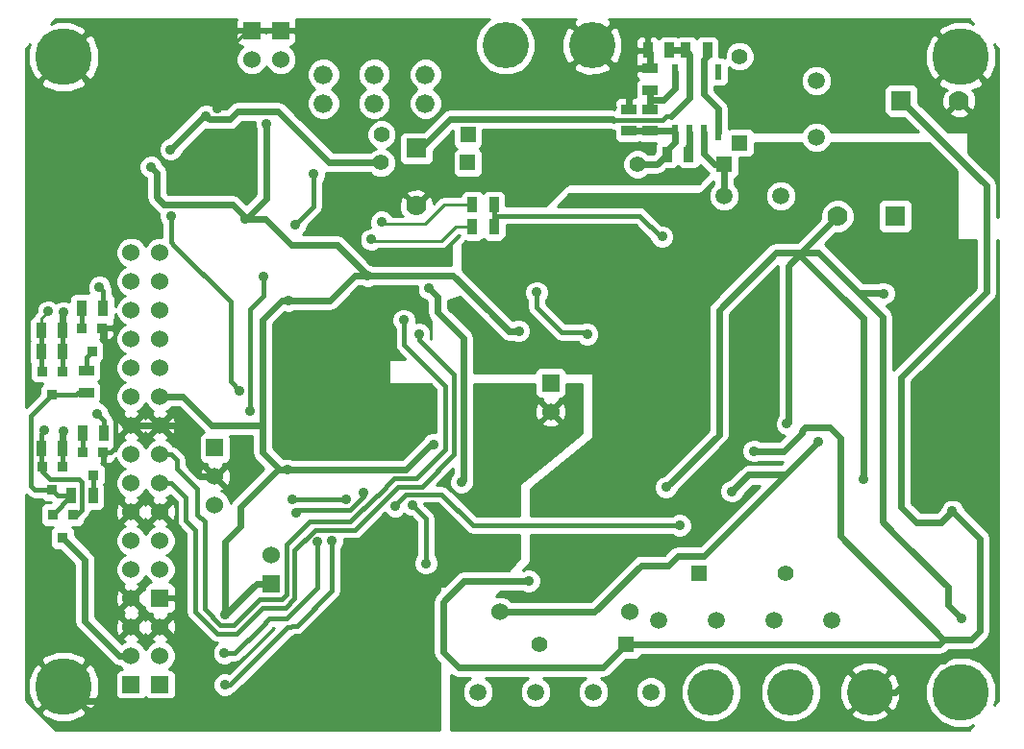
<source format=gbl>
G04 (created by PCBNEW (2013-07-07 BZR 4022)-stable) date 1/12/2015 10:14:03 AM*
%MOIN*%
G04 Gerber Fmt 3.4, Leading zero omitted, Abs format*
%FSLAX34Y34*%
G01*
G70*
G90*
G04 APERTURE LIST*
%ADD10C,0.00590551*%
%ADD11C,0.19685*%
%ADD12R,0.06X0.06*%
%ADD13C,0.06*%
%ADD14C,0.066*%
%ADD15R,0.036X0.036*%
%ADD16R,0.0236X0.0551*%
%ADD17R,0.035X0.055*%
%ADD18R,0.055X0.035*%
%ADD19C,0.0590551*%
%ADD20R,0.055X0.055*%
%ADD21C,0.055*%
%ADD22R,0.07X0.07*%
%ADD23C,0.07*%
%ADD24C,0.16*%
%ADD25C,0.035*%
%ADD26C,0.015748*%
%ADD27C,0.023622*%
%ADD28C,0.01*%
G04 APERTURE END LIST*
G54D10*
G54D11*
X32677Y-23622D03*
X1574Y-23425D03*
X32677Y-1574D03*
X1574Y-1574D03*
G54D12*
X8098Y-666D03*
G54D13*
X8098Y-1666D03*
G54D12*
X9098Y-666D03*
G54D13*
X9098Y-1666D03*
G54D14*
X14118Y-3186D03*
X14118Y-2186D03*
X12338Y-3186D03*
X12338Y-2186D03*
X10578Y-3186D03*
X10578Y-2186D03*
G54D15*
X1888Y-17466D03*
X1188Y-17466D03*
X1538Y-18266D03*
X2908Y-10986D03*
X2208Y-10986D03*
X2558Y-11786D03*
X1528Y-12486D03*
X828Y-12486D03*
X1178Y-13286D03*
X2948Y-15286D03*
X2248Y-15286D03*
X2598Y-16086D03*
X1528Y-15806D03*
X828Y-15806D03*
X1178Y-16606D03*
G54D16*
X24282Y-2092D03*
X24282Y-4192D03*
X23782Y-2092D03*
X23282Y-2092D03*
X22782Y-2092D03*
X23782Y-4192D03*
X23282Y-4192D03*
X22782Y-4192D03*
G54D17*
X1553Y-15166D03*
X803Y-15166D03*
G54D18*
X21179Y-4142D03*
X21179Y-3392D03*
X21918Y-1979D03*
X21918Y-2729D03*
X21918Y-3397D03*
X21918Y-4147D03*
G54D17*
X23238Y-4953D03*
X22488Y-4953D03*
X22574Y-1347D03*
X21824Y-1347D03*
X23894Y-1347D03*
X23144Y-1347D03*
X1553Y-11066D03*
X803Y-11066D03*
X2223Y-14626D03*
X2973Y-14626D03*
X2593Y-16806D03*
X1843Y-16806D03*
X2203Y-10286D03*
X2953Y-10286D03*
G54D18*
X2358Y-12471D03*
X2358Y-13221D03*
G54D17*
X1553Y-11806D03*
X803Y-11806D03*
X15747Y-6712D03*
X16497Y-6712D03*
X15747Y-7460D03*
X16497Y-7460D03*
G54D19*
X27677Y-4370D03*
X27677Y-2401D03*
X26437Y-6397D03*
X24468Y-6397D03*
G54D12*
X4918Y-23366D03*
G54D13*
X4918Y-22366D03*
X4918Y-21366D03*
G54D12*
X6820Y-15141D03*
G54D13*
X6820Y-16141D03*
X6820Y-17141D03*
G54D12*
X3918Y-23366D03*
G54D13*
X3918Y-22366D03*
X3918Y-21366D03*
G54D12*
X8758Y-19866D03*
G54D13*
X8758Y-18866D03*
G54D12*
X18458Y-12886D03*
G54D13*
X18458Y-13886D03*
G54D20*
X21086Y-21968D03*
G54D21*
X18086Y-21968D03*
G54D20*
X24472Y-5295D03*
G54D21*
X21472Y-5295D03*
G54D20*
X15598Y-4266D03*
G54D21*
X12598Y-4266D03*
G54D20*
X25009Y-4557D03*
G54D21*
X25009Y-1557D03*
G54D20*
X15578Y-5246D03*
G54D21*
X12578Y-5246D03*
G54D22*
X30614Y-3090D03*
G54D23*
X32614Y-3090D03*
G54D22*
X30409Y-7106D03*
G54D23*
X28409Y-7106D03*
G54D22*
X13798Y-4746D03*
G54D23*
X13798Y-6746D03*
G54D24*
X19898Y-1166D03*
X16898Y-1166D03*
X29527Y-23622D03*
X26771Y-23622D03*
X24015Y-23622D03*
G54D19*
X17937Y-23622D03*
X19937Y-23622D03*
X15937Y-23622D03*
X21937Y-23622D03*
G54D12*
X4918Y-20366D03*
G54D13*
X3918Y-20366D03*
X4918Y-19366D03*
X3918Y-19366D03*
X4918Y-18366D03*
X3918Y-18366D03*
X4918Y-17366D03*
X3918Y-17366D03*
X4918Y-16366D03*
X3918Y-16366D03*
X4918Y-15366D03*
X3918Y-15366D03*
X4918Y-14366D03*
X3918Y-14366D03*
X4918Y-13366D03*
X3918Y-13366D03*
X4918Y-12366D03*
X3918Y-12366D03*
X4918Y-11366D03*
X3918Y-11366D03*
X4918Y-10366D03*
X3918Y-10366D03*
X4918Y-9366D03*
X3918Y-9366D03*
X4918Y-8366D03*
X3918Y-8366D03*
X21206Y-20846D03*
X16706Y-20846D03*
G54D19*
X26196Y-21141D03*
X24196Y-21141D03*
X28196Y-21141D03*
X22196Y-21141D03*
G54D20*
X23618Y-19488D03*
G54D21*
X26618Y-19488D03*
G54D25*
X17972Y-9744D03*
X19724Y-11200D03*
X5278Y-4786D03*
X6515Y-3631D03*
X14243Y-9616D03*
X15368Y-16341D03*
X1558Y-14566D03*
X1558Y-10446D03*
X14133Y-19153D03*
X13661Y-17125D03*
X9618Y-7386D03*
X10238Y-5646D03*
X12598Y-7303D03*
X12244Y-7913D03*
X27736Y-14940D03*
X24744Y-16653D03*
X9498Y-16946D03*
X11358Y-16946D03*
X9638Y-17386D03*
X11978Y-16686D03*
X10378Y-18406D03*
X7143Y-22266D03*
X10878Y-18366D03*
X7168Y-23366D03*
X2818Y-9566D03*
X2738Y-13966D03*
X22933Y-17834D03*
X13070Y-17165D03*
X918Y-14541D03*
X1043Y-10416D03*
X5298Y-7086D03*
X7678Y-13166D03*
X8518Y-9206D03*
X8038Y-13866D03*
X13366Y-10708D03*
X13897Y-11200D03*
X17696Y-19763D03*
X25511Y-15255D03*
X32381Y-17342D03*
X30000Y-9783D03*
X32696Y-21062D03*
X29291Y-16240D03*
X26653Y-14311D03*
X22460Y-16515D03*
X11377Y-12598D03*
X6919Y-3356D03*
X32893Y-8503D03*
X33267Y-16456D03*
X31377Y-16988D03*
X18917Y-10511D03*
X18622Y-7696D03*
X22618Y-13169D03*
X22322Y-7814D03*
X4606Y-5393D03*
X17358Y-11086D03*
X12118Y-9166D03*
X9360Y-10029D03*
X8618Y-3886D03*
X7185Y-20944D03*
X14389Y-15029D03*
X7864Y-7214D03*
X9330Y-15905D03*
G54D26*
X17972Y-10275D02*
X17972Y-9744D01*
X18838Y-11141D02*
X17972Y-10275D01*
X19665Y-11141D02*
X18838Y-11141D01*
X19724Y-11200D02*
X19665Y-11141D01*
G54D27*
X12578Y-5246D02*
X10778Y-5246D01*
X6630Y-3746D02*
X6515Y-3631D01*
X7338Y-3746D02*
X6630Y-3746D01*
X7618Y-3466D02*
X7338Y-3746D01*
X8998Y-3466D02*
X7618Y-3466D01*
X10778Y-5246D02*
X8998Y-3466D01*
X6433Y-3631D02*
X6515Y-3631D01*
X5278Y-4786D02*
X6433Y-3631D01*
X23282Y-2092D02*
X23282Y-3003D01*
X13963Y-4746D02*
X13798Y-4746D01*
X14968Y-3741D02*
X13963Y-4746D01*
X20618Y-3741D02*
X14968Y-3741D01*
X20643Y-3766D02*
X20618Y-3741D01*
G54D26*
X22343Y-3766D02*
X20643Y-3766D01*
X22468Y-3641D02*
X22343Y-3766D01*
X22643Y-3641D02*
X22468Y-3641D01*
G54D27*
X23282Y-3003D02*
X22643Y-3641D01*
X15443Y-16266D02*
X15443Y-15516D01*
X14243Y-9616D02*
X14543Y-9916D01*
X14543Y-9916D02*
X14543Y-10441D01*
X14543Y-10441D02*
X15443Y-11341D01*
X15443Y-11341D02*
X15443Y-15516D01*
X15368Y-16341D02*
X15443Y-16266D01*
X23282Y-2092D02*
X23282Y-1485D01*
X23282Y-1485D02*
X23144Y-1347D01*
X22574Y-1347D02*
X23144Y-1347D01*
X1553Y-14571D02*
X1553Y-15166D01*
X1558Y-14566D02*
X1553Y-14571D01*
X1553Y-10451D02*
X1553Y-11066D01*
X1558Y-10446D02*
X1553Y-10451D01*
G54D26*
X1553Y-15166D02*
X1553Y-15781D01*
X1553Y-15781D02*
X1528Y-15806D01*
X1553Y-11806D02*
X1553Y-12461D01*
X1553Y-12461D02*
X1528Y-12486D01*
X1553Y-11066D02*
X1553Y-11806D01*
X14133Y-19153D02*
X14133Y-17598D01*
X14133Y-17598D02*
X13661Y-17125D01*
G54D28*
X13661Y-17125D02*
X14133Y-17598D01*
G54D26*
X10236Y-6769D02*
X9618Y-7386D01*
X10236Y-5649D02*
X10236Y-6769D01*
X10238Y-5646D02*
X10236Y-5649D01*
G54D28*
X14763Y-6712D02*
X15747Y-6712D01*
X14094Y-7381D02*
X14763Y-6712D01*
X12677Y-7381D02*
X14094Y-7381D01*
X12598Y-7303D02*
X12677Y-7381D01*
X15157Y-7460D02*
X15747Y-7460D01*
X14665Y-7952D02*
X15157Y-7460D01*
X12283Y-7952D02*
X14665Y-7952D01*
X12244Y-7913D02*
X12283Y-7952D01*
G54D27*
X21604Y-19222D02*
X22549Y-19222D01*
X23779Y-18897D02*
X26594Y-16082D01*
X22874Y-18897D02*
X23779Y-18897D01*
X22549Y-19222D02*
X22874Y-18897D01*
X16706Y-20846D02*
X19980Y-20846D01*
X19980Y-20846D02*
X21604Y-19222D01*
X27736Y-14940D02*
X26594Y-16082D01*
X25314Y-16082D02*
X24744Y-16653D01*
X26594Y-16082D02*
X25314Y-16082D01*
G54D26*
X438Y-14726D02*
X438Y-14026D01*
X438Y-14026D02*
X1178Y-13286D01*
X1178Y-16606D02*
X578Y-16606D01*
X438Y-16466D02*
X438Y-14726D01*
X578Y-16606D02*
X438Y-16466D01*
X1188Y-17466D02*
X1188Y-17461D01*
X1188Y-17461D02*
X1843Y-16806D01*
X1843Y-16806D02*
X1378Y-16806D01*
X1378Y-16806D02*
X1178Y-16606D01*
X2358Y-13221D02*
X2063Y-13221D01*
X2063Y-13221D02*
X1998Y-13286D01*
X1998Y-13286D02*
X1178Y-13286D01*
X9778Y-16946D02*
X9498Y-16946D01*
X11358Y-16946D02*
X9778Y-16946D01*
X9718Y-17306D02*
X9638Y-17386D01*
X11518Y-17306D02*
X9718Y-17306D01*
X11978Y-16846D02*
X11518Y-17306D01*
X11978Y-16686D02*
X11978Y-16846D01*
X8431Y-21354D02*
X8718Y-21066D01*
X9518Y-20866D02*
X9318Y-21066D01*
X9318Y-21066D02*
X8718Y-21066D01*
X10378Y-18406D02*
X10378Y-19806D01*
X10378Y-20006D02*
X9518Y-20866D01*
X10378Y-19806D02*
X10378Y-20006D01*
X7518Y-22266D02*
X7143Y-22266D01*
X8431Y-21354D02*
X7518Y-22266D01*
X9665Y-21318D02*
X9491Y-21318D01*
X9665Y-21318D02*
X10878Y-20105D01*
X10878Y-20105D02*
X10878Y-18366D01*
X7343Y-23366D02*
X7168Y-23366D01*
X9343Y-21366D02*
X7343Y-23366D01*
X9443Y-21366D02*
X9343Y-21366D01*
X9491Y-21318D02*
X9443Y-21366D01*
X2953Y-10286D02*
X2953Y-9701D01*
X2818Y-9566D02*
X2953Y-9701D01*
X2973Y-14626D02*
X2973Y-14201D01*
X2738Y-13966D02*
X2973Y-14201D01*
G54D27*
X3918Y-22366D02*
X3518Y-22366D01*
X2318Y-19046D02*
X1538Y-18266D01*
X2318Y-21166D02*
X2318Y-19046D01*
X3518Y-22366D02*
X2318Y-21166D01*
G54D26*
X22933Y-17834D02*
X15767Y-17834D01*
X13070Y-17165D02*
X13070Y-17125D01*
X14685Y-16751D02*
X15767Y-17834D01*
X13444Y-16751D02*
X14685Y-16751D01*
X13070Y-17125D02*
X13444Y-16751D01*
X803Y-15166D02*
X803Y-14656D01*
X803Y-14656D02*
X918Y-14541D01*
G54D28*
X803Y-11066D02*
X803Y-10656D01*
X803Y-10656D02*
X1043Y-10416D01*
G54D26*
X828Y-15806D02*
X828Y-15956D01*
X2038Y-17466D02*
X1888Y-17466D01*
X2218Y-17286D02*
X2038Y-17466D01*
X2218Y-16326D02*
X2218Y-17286D01*
X2118Y-16226D02*
X2218Y-16326D01*
X1098Y-16226D02*
X2118Y-16226D01*
X828Y-15956D02*
X1098Y-16226D01*
X803Y-15166D02*
X803Y-15781D01*
X803Y-15781D02*
X828Y-15806D01*
X803Y-11806D02*
X803Y-12461D01*
X803Y-12461D02*
X828Y-12486D01*
X803Y-11066D02*
X803Y-11806D01*
X5298Y-7086D02*
X5298Y-8006D01*
X5298Y-8006D02*
X5452Y-8160D01*
X7358Y-10066D02*
X5452Y-8160D01*
X7358Y-12846D02*
X7358Y-10066D01*
X7678Y-13166D02*
X7358Y-12846D01*
X8038Y-10426D02*
X8038Y-10346D01*
X8518Y-9866D02*
X8518Y-9206D01*
X8038Y-10346D02*
X8518Y-9866D01*
X8038Y-10426D02*
X8038Y-13866D01*
X6458Y-17986D02*
X6458Y-17706D01*
X5318Y-15366D02*
X4918Y-15366D01*
X5518Y-15566D02*
X5318Y-15366D01*
X5518Y-15866D02*
X5518Y-15566D01*
X6218Y-16566D02*
X5518Y-15866D01*
X6218Y-17466D02*
X6218Y-16566D01*
X6458Y-17706D02*
X6218Y-17466D01*
X12438Y-16786D02*
X12458Y-16786D01*
X12458Y-16786D02*
X13038Y-16206D01*
X14808Y-15216D02*
X14808Y-12997D01*
X11418Y-17706D02*
X11518Y-17706D01*
X13818Y-16206D02*
X14808Y-15216D01*
X13038Y-16206D02*
X13818Y-16206D01*
X11518Y-17706D02*
X12438Y-16786D01*
X13385Y-10728D02*
X13366Y-10708D01*
X13385Y-11574D02*
X13385Y-10728D01*
X14808Y-12997D02*
X13385Y-11574D01*
X6458Y-20746D02*
X6458Y-17986D01*
X7018Y-21306D02*
X6458Y-20746D01*
X7458Y-21306D02*
X7018Y-21306D01*
X8358Y-20406D02*
X7458Y-21306D01*
X9138Y-20406D02*
X8358Y-20406D01*
X9298Y-20246D02*
X9138Y-20406D01*
X9298Y-18506D02*
X9298Y-20246D01*
X10098Y-17706D02*
X9298Y-18506D01*
X11418Y-17706D02*
X10098Y-17706D01*
X6138Y-18346D02*
X6138Y-17986D01*
X5318Y-16366D02*
X4918Y-16366D01*
X5818Y-16866D02*
X5318Y-16366D01*
X5818Y-17666D02*
X5818Y-16866D01*
X6138Y-17986D02*
X5818Y-17666D01*
X11658Y-17986D02*
X11678Y-17986D01*
X13998Y-16486D02*
X15108Y-15376D01*
X13178Y-16486D02*
X13998Y-16486D01*
X11678Y-17986D02*
X13178Y-16486D01*
X15108Y-15376D02*
X15108Y-12616D01*
X13897Y-11405D02*
X13897Y-11200D01*
X15108Y-12616D02*
X13897Y-11405D01*
X6138Y-20826D02*
X6138Y-18346D01*
X6898Y-21586D02*
X6138Y-20826D01*
X7558Y-21586D02*
X6898Y-21586D01*
X8458Y-20686D02*
X7558Y-21586D01*
X9258Y-20686D02*
X8458Y-20686D01*
X9578Y-20366D02*
X9258Y-20686D01*
X9578Y-18706D02*
X9578Y-20366D01*
X10298Y-17986D02*
X9578Y-18706D01*
X11658Y-17986D02*
X10298Y-17986D01*
G54D27*
X32381Y-17342D02*
X31988Y-17736D01*
X33562Y-6039D02*
X30614Y-3090D01*
X33562Y-9744D02*
X33562Y-6039D01*
X30610Y-12696D02*
X33562Y-9744D01*
X30610Y-17204D02*
X30610Y-12696D01*
X31141Y-17736D02*
X30610Y-17204D01*
X31988Y-17736D02*
X31141Y-17736D01*
X17696Y-19763D02*
X15452Y-19763D01*
X15275Y-22775D02*
X16870Y-22775D01*
X14724Y-22224D02*
X15275Y-22775D01*
X14724Y-20492D02*
X14724Y-22224D01*
X15452Y-19763D02*
X14724Y-20492D01*
X21086Y-21968D02*
X31929Y-21968D01*
X31929Y-21968D02*
X32106Y-21791D01*
X20279Y-22775D02*
X21086Y-21968D01*
X16870Y-22775D02*
X20279Y-22775D01*
X25511Y-15255D02*
X25531Y-15275D01*
X25531Y-15275D02*
X26535Y-15275D01*
X26535Y-15275D02*
X27165Y-14645D01*
X27165Y-14645D02*
X27165Y-14566D01*
X27165Y-14566D02*
X27283Y-14448D01*
X27283Y-14448D02*
X28149Y-14448D01*
X28149Y-14448D02*
X28503Y-14803D01*
X28503Y-14803D02*
X28503Y-18208D01*
X28503Y-18208D02*
X32086Y-21791D01*
X32086Y-21791D02*
X32106Y-21791D01*
X32106Y-21791D02*
X33031Y-21791D01*
X33031Y-21791D02*
X33326Y-21496D01*
X33326Y-21496D02*
X33326Y-18287D01*
X33326Y-18287D02*
X32381Y-17342D01*
X29990Y-9773D02*
X29143Y-9773D01*
X30000Y-9783D02*
X29990Y-9773D01*
X29891Y-10521D02*
X29980Y-10610D01*
X29980Y-17716D02*
X30314Y-18051D01*
X29980Y-10610D02*
X29980Y-17716D01*
X30885Y-18622D02*
X30314Y-18051D01*
X32696Y-21062D02*
X32224Y-20590D01*
X32224Y-20590D02*
X32224Y-19960D01*
X32224Y-19960D02*
X30885Y-18622D01*
X29291Y-16240D02*
X29291Y-10649D01*
X29291Y-10649D02*
X28562Y-9921D01*
X29891Y-10521D02*
X29409Y-10039D01*
X27736Y-8366D02*
X27149Y-8366D01*
X29409Y-10039D02*
X29143Y-9773D01*
X29143Y-9773D02*
X27736Y-8366D01*
X28562Y-9921D02*
X27078Y-8437D01*
X26653Y-14311D02*
X26692Y-14271D01*
X26692Y-14271D02*
X26692Y-8822D01*
X26692Y-8822D02*
X27078Y-8437D01*
X27078Y-8437D02*
X27149Y-8366D01*
X27149Y-8366D02*
X28409Y-7106D01*
X26279Y-8366D02*
X27149Y-8366D01*
X24291Y-10354D02*
X26279Y-8366D01*
X24291Y-14685D02*
X24291Y-10354D01*
X22460Y-16515D02*
X24291Y-14685D01*
X21472Y-5295D02*
X22146Y-5295D01*
X22146Y-5295D02*
X22488Y-4953D01*
X21179Y-4142D02*
X21913Y-4142D01*
X21913Y-4142D02*
X21918Y-4147D01*
X21918Y-4147D02*
X22737Y-4147D01*
X22737Y-4147D02*
X22782Y-4192D01*
X22488Y-4953D02*
X22488Y-4815D01*
X22782Y-4520D02*
X22782Y-4192D01*
X22488Y-4815D02*
X22782Y-4520D01*
X4918Y-21366D02*
X5018Y-21366D01*
X2091Y-23941D02*
X1574Y-23425D01*
X5418Y-23941D02*
X2091Y-23941D01*
X5543Y-23816D02*
X5418Y-23941D01*
X5543Y-21891D02*
X5543Y-23816D01*
X5018Y-21366D02*
X5543Y-21891D01*
G54D26*
X19898Y-1166D02*
X19918Y-1166D01*
X19918Y-1166D02*
X20731Y-1979D01*
X9098Y-666D02*
X14193Y-666D01*
X18773Y-2291D02*
X19898Y-1166D01*
X15818Y-2291D02*
X18773Y-2291D01*
X14193Y-666D02*
X15818Y-2291D01*
G54D27*
X3918Y-14366D02*
X3718Y-14366D01*
X3718Y-14366D02*
X3358Y-14006D01*
X6820Y-16141D02*
X6293Y-16141D01*
X5618Y-14366D02*
X4918Y-14366D01*
X6018Y-14766D02*
X5618Y-14366D01*
X6018Y-15866D02*
X6018Y-14766D01*
X6293Y-16141D02*
X6018Y-15866D01*
X3918Y-14366D02*
X4918Y-14366D01*
X21918Y-1979D02*
X20731Y-1979D01*
X20731Y-1979D02*
X20692Y-1979D01*
X21179Y-2467D02*
X20469Y-1757D01*
X21179Y-3392D02*
X21179Y-2467D01*
X20692Y-1979D02*
X20469Y-1757D01*
X21918Y-1979D02*
X21918Y-1440D01*
X21918Y-1440D02*
X21824Y-1347D01*
G54D26*
X2948Y-15286D02*
X3218Y-15286D01*
X3218Y-15286D02*
X3358Y-15146D01*
X3358Y-15146D02*
X3358Y-14006D01*
X2998Y-11076D02*
X2908Y-10986D01*
X3358Y-14006D02*
X3358Y-13886D01*
X3358Y-13886D02*
X2998Y-13526D01*
X2998Y-13526D02*
X2998Y-11076D01*
G54D28*
X7925Y-666D02*
X8098Y-666D01*
X7332Y-1259D02*
X7925Y-666D01*
X7332Y-2942D02*
X7332Y-1259D01*
X6919Y-3356D02*
X7332Y-2942D01*
G54D27*
X18622Y-7696D02*
X21181Y-7696D01*
X32657Y-8503D02*
X32893Y-8503D01*
X32303Y-8149D02*
X32657Y-8503D01*
X32303Y-6614D02*
X32303Y-8149D01*
X31161Y-5472D02*
X32303Y-6614D01*
X26023Y-5472D02*
X31161Y-5472D01*
X25413Y-6082D02*
X26023Y-5472D01*
X25413Y-7125D02*
X25413Y-6082D01*
X23996Y-8543D02*
X25413Y-7125D01*
X22027Y-8543D02*
X23996Y-8543D01*
X21181Y-7696D02*
X22027Y-8543D01*
X33267Y-16456D02*
X33129Y-16594D01*
X33129Y-16594D02*
X32559Y-16594D01*
X30413Y-23622D02*
X29527Y-23622D01*
X31515Y-22519D02*
X30413Y-23622D01*
X32106Y-22519D02*
X31515Y-22519D01*
X32342Y-22283D02*
X32106Y-22519D01*
X33208Y-22283D02*
X32342Y-22283D01*
X33759Y-21732D02*
X33208Y-22283D01*
X33759Y-17795D02*
X33759Y-21732D01*
X32539Y-16574D02*
X32559Y-16594D01*
X32559Y-16594D02*
X33759Y-17795D01*
X31791Y-16574D02*
X32539Y-16574D01*
X31377Y-16988D02*
X31791Y-16574D01*
X18622Y-10216D02*
X18622Y-7696D01*
X18917Y-10511D02*
X18622Y-10216D01*
X18622Y-7696D02*
X18877Y-7952D01*
X18877Y-7952D02*
X20590Y-7952D01*
X20590Y-7952D02*
X22618Y-9980D01*
X22618Y-9980D02*
X22618Y-13169D01*
G54D26*
X2358Y-12471D02*
X2358Y-11986D01*
X2358Y-11986D02*
X2558Y-11786D01*
G54D27*
X22782Y-2092D02*
X22782Y-2650D01*
X22381Y-3051D02*
X21918Y-3051D01*
X22782Y-2650D02*
X22381Y-3051D01*
X21918Y-3397D02*
X21918Y-3051D01*
X21918Y-3051D02*
X21918Y-2729D01*
G54D26*
X2203Y-10286D02*
X2203Y-10981D01*
X2203Y-10981D02*
X2208Y-10986D01*
X2598Y-16086D02*
X2598Y-16801D01*
X2598Y-16801D02*
X2593Y-16806D01*
X2223Y-14626D02*
X2223Y-15261D01*
X2223Y-15261D02*
X2248Y-15286D01*
G54D27*
X24468Y-6397D02*
X24468Y-5299D01*
X24468Y-5299D02*
X24472Y-5295D01*
X24472Y-5295D02*
X24133Y-5295D01*
X23782Y-4943D02*
X23782Y-4192D01*
X24133Y-5295D02*
X23782Y-4943D01*
X24282Y-4192D02*
X24282Y-3376D01*
X23782Y-2876D02*
X23782Y-2092D01*
X24282Y-3376D02*
X23782Y-2876D01*
X23894Y-1347D02*
X23894Y-1538D01*
X23782Y-1650D02*
X23782Y-2092D01*
X23894Y-1538D02*
X23782Y-1650D01*
X23238Y-4953D02*
X23238Y-4675D01*
X23282Y-4631D02*
X23282Y-4192D01*
X23238Y-4675D02*
X23282Y-4631D01*
G54D26*
X16497Y-7086D02*
X21535Y-7086D01*
X22263Y-7814D02*
X22322Y-7814D01*
X21535Y-7086D02*
X22263Y-7814D01*
X16497Y-7460D02*
X16497Y-7086D01*
X16497Y-7086D02*
X16497Y-6712D01*
G54D27*
X4798Y-5905D02*
X4798Y-5586D01*
X4798Y-5586D02*
X4606Y-5393D01*
X7864Y-7132D02*
X7424Y-6692D01*
X5049Y-6692D02*
X7424Y-6692D01*
X4798Y-5905D02*
X4798Y-6442D01*
X4798Y-6442D02*
X5049Y-6692D01*
X7864Y-7132D02*
X7864Y-7214D01*
X4918Y-13366D02*
X5718Y-13366D01*
X6718Y-14366D02*
X8464Y-14366D01*
X5718Y-13366D02*
X6718Y-14366D01*
X17358Y-11086D02*
X16998Y-11086D01*
X16998Y-11086D02*
X16361Y-10449D01*
X16361Y-10449D02*
X15078Y-9166D01*
X15078Y-9166D02*
X12118Y-9166D01*
X11058Y-8106D02*
X12118Y-9166D01*
X7864Y-7214D02*
X8566Y-7214D01*
X8566Y-7214D02*
X9458Y-8106D01*
X9458Y-8106D02*
X11058Y-8106D01*
X10797Y-10029D02*
X11358Y-9468D01*
X12118Y-9166D02*
X11659Y-9166D01*
X11659Y-9166D02*
X11358Y-9468D01*
X10797Y-10029D02*
X9360Y-10029D01*
X8464Y-14488D02*
X8464Y-14366D01*
X8464Y-14366D02*
X8464Y-10688D01*
X9124Y-10029D02*
X9360Y-10029D01*
X8464Y-10688D02*
X9124Y-10029D01*
X8758Y-19866D02*
X8262Y-19866D01*
X8262Y-19866D02*
X7185Y-20944D01*
X7864Y-7214D02*
X7891Y-7214D01*
X7891Y-7214D02*
X8618Y-6486D01*
X8618Y-6486D02*
X8618Y-3886D01*
X9330Y-15905D02*
X8996Y-15905D01*
X7185Y-18385D02*
X7185Y-20944D01*
X7696Y-17874D02*
X7185Y-18385D01*
X7696Y-17204D02*
X7696Y-17874D01*
X8996Y-15905D02*
X7696Y-17204D01*
X9330Y-15905D02*
X9074Y-15905D01*
X8464Y-15295D02*
X8464Y-14488D01*
X9074Y-15905D02*
X8464Y-15295D01*
X9330Y-15905D02*
X13444Y-15905D01*
X14320Y-15029D02*
X14389Y-15029D01*
X13444Y-15905D02*
X14320Y-15029D01*
G54D10*
G36*
X33194Y-9591D02*
X31009Y-11777D01*
X31009Y-7406D01*
X31009Y-6706D01*
X30971Y-6614D01*
X30901Y-6544D01*
X30809Y-6506D01*
X30709Y-6506D01*
X30009Y-6506D01*
X29918Y-6544D01*
X29847Y-6614D01*
X29809Y-6706D01*
X29809Y-6805D01*
X29809Y-7505D01*
X29847Y-7597D01*
X29917Y-7668D01*
X30009Y-7706D01*
X30108Y-7706D01*
X30808Y-7706D01*
X30900Y-7668D01*
X30971Y-7598D01*
X31009Y-7506D01*
X31009Y-7406D01*
X31009Y-11777D01*
X30349Y-12436D01*
X30348Y-12438D01*
X30348Y-10610D01*
X30320Y-10469D01*
X30240Y-10349D01*
X30152Y-10261D01*
X30152Y-10261D01*
X30094Y-10204D01*
X30240Y-10143D01*
X30360Y-10024D01*
X30424Y-9868D01*
X30425Y-9699D01*
X30360Y-9543D01*
X30241Y-9423D01*
X30084Y-9358D01*
X29915Y-9358D01*
X29801Y-9405D01*
X29296Y-9405D01*
X27996Y-8105D01*
X27956Y-8079D01*
X28330Y-7706D01*
X28528Y-7706D01*
X28748Y-7615D01*
X28917Y-7446D01*
X29009Y-7226D01*
X29009Y-6987D01*
X28918Y-6766D01*
X28749Y-6597D01*
X28529Y-6506D01*
X28290Y-6506D01*
X28070Y-6597D01*
X27901Y-6765D01*
X27809Y-6986D01*
X27809Y-7185D01*
X26997Y-7998D01*
X26982Y-7998D01*
X26982Y-6289D01*
X26899Y-6089D01*
X26746Y-5935D01*
X26545Y-5852D01*
X26329Y-5852D01*
X26128Y-5935D01*
X25975Y-6088D01*
X25891Y-6288D01*
X25891Y-6505D01*
X25974Y-6706D01*
X26127Y-6859D01*
X26328Y-6942D01*
X26544Y-6943D01*
X26745Y-6860D01*
X26899Y-6706D01*
X26982Y-6506D01*
X26982Y-6289D01*
X26982Y-7998D01*
X26279Y-7998D01*
X26138Y-8026D01*
X26019Y-8105D01*
X26019Y-8105D01*
X24031Y-10094D01*
X23951Y-10213D01*
X23923Y-10354D01*
X23923Y-14532D01*
X22357Y-16098D01*
X22220Y-16155D01*
X22100Y-16274D01*
X22035Y-16430D01*
X22035Y-16599D01*
X22100Y-16756D01*
X22219Y-16875D01*
X22375Y-16940D01*
X22544Y-16940D01*
X22701Y-16876D01*
X22820Y-16756D01*
X22877Y-16619D01*
X24551Y-14945D01*
X24631Y-14825D01*
X24659Y-14685D01*
X24659Y-10506D01*
X26324Y-8841D01*
X26324Y-14038D01*
X26293Y-14069D01*
X26228Y-14226D01*
X26228Y-14395D01*
X26293Y-14551D01*
X26412Y-14671D01*
X26558Y-14731D01*
X26382Y-14907D01*
X25764Y-14907D01*
X25752Y-14895D01*
X25596Y-14830D01*
X25427Y-14830D01*
X25271Y-14895D01*
X25151Y-15014D01*
X25086Y-15170D01*
X25086Y-15340D01*
X25151Y-15496D01*
X25270Y-15615D01*
X25426Y-15680D01*
X25595Y-15680D01*
X25686Y-15643D01*
X26512Y-15643D01*
X26442Y-15714D01*
X25314Y-15714D01*
X25174Y-15742D01*
X25054Y-15822D01*
X25054Y-15822D01*
X24640Y-16236D01*
X24503Y-16293D01*
X24384Y-16412D01*
X24319Y-16568D01*
X24319Y-16737D01*
X24383Y-16893D01*
X24503Y-17013D01*
X24659Y-17078D01*
X24828Y-17078D01*
X24984Y-17014D01*
X25104Y-16894D01*
X25161Y-16756D01*
X25467Y-16450D01*
X25705Y-16450D01*
X23627Y-18529D01*
X22874Y-18529D01*
X22733Y-18557D01*
X22613Y-18637D01*
X22396Y-18854D01*
X21604Y-18854D01*
X21604Y-18854D01*
X21580Y-18858D01*
X21463Y-18882D01*
X21344Y-18962D01*
X21344Y-18962D01*
X21344Y-18962D01*
X19827Y-20478D01*
X17116Y-20478D01*
X17018Y-20380D01*
X16816Y-20296D01*
X16597Y-20296D01*
X16576Y-20305D01*
X16749Y-20131D01*
X17475Y-20131D01*
X17611Y-20188D01*
X17781Y-20188D01*
X17937Y-20124D01*
X18056Y-20004D01*
X18121Y-19848D01*
X18121Y-19679D01*
X18057Y-19523D01*
X17937Y-19403D01*
X17781Y-19338D01*
X17612Y-19338D01*
X17493Y-19387D01*
X17766Y-19115D01*
X17766Y-18163D01*
X22660Y-18163D01*
X22692Y-18194D01*
X22848Y-18259D01*
X23017Y-18259D01*
X23173Y-18195D01*
X23293Y-18075D01*
X23357Y-17919D01*
X23358Y-17750D01*
X23293Y-17594D01*
X23174Y-17474D01*
X23017Y-17409D01*
X22848Y-17409D01*
X22692Y-17474D01*
X22660Y-17505D01*
X20149Y-17505D01*
X20149Y-11116D01*
X20084Y-10960D01*
X19965Y-10840D01*
X19809Y-10775D01*
X19640Y-10775D01*
X19550Y-10812D01*
X18974Y-10812D01*
X18301Y-10139D01*
X18301Y-10016D01*
X18332Y-9985D01*
X18397Y-9829D01*
X18397Y-9659D01*
X18332Y-9503D01*
X18213Y-9384D01*
X18057Y-9319D01*
X17888Y-9319D01*
X17732Y-9383D01*
X17612Y-9503D01*
X17547Y-9659D01*
X17547Y-9828D01*
X17611Y-9984D01*
X17643Y-10016D01*
X17643Y-10275D01*
X17668Y-10401D01*
X17739Y-10508D01*
X18606Y-11374D01*
X18606Y-11374D01*
X18712Y-11445D01*
X18838Y-11470D01*
X18838Y-11470D01*
X19393Y-11470D01*
X19483Y-11560D01*
X19639Y-11625D01*
X19808Y-11625D01*
X19964Y-11561D01*
X20084Y-11441D01*
X20149Y-11285D01*
X20149Y-11116D01*
X20149Y-17505D01*
X17766Y-17505D01*
X17766Y-16559D01*
X19931Y-14787D01*
X19931Y-12548D01*
X19008Y-12548D01*
X19008Y-12537D01*
X18970Y-12445D01*
X18900Y-12375D01*
X18808Y-12336D01*
X18709Y-12336D01*
X18109Y-12336D01*
X18017Y-12374D01*
X17947Y-12445D01*
X17908Y-12536D01*
X17908Y-12548D01*
X15812Y-12548D01*
X15812Y-11341D01*
X15783Y-11201D01*
X15704Y-11081D01*
X14912Y-10289D01*
X14912Y-10042D01*
X15303Y-9912D01*
X16101Y-10709D01*
X16101Y-10709D01*
X16738Y-11347D01*
X16738Y-11347D01*
X16858Y-11427D01*
X16998Y-11455D01*
X16998Y-11455D01*
X16998Y-11455D01*
X17137Y-11455D01*
X17273Y-11511D01*
X17443Y-11512D01*
X17599Y-11447D01*
X17718Y-11327D01*
X17783Y-11171D01*
X17783Y-11002D01*
X17719Y-10846D01*
X17599Y-10726D01*
X17443Y-10662D01*
X17274Y-10661D01*
X17147Y-10714D01*
X16621Y-10189D01*
X16621Y-10189D01*
X15404Y-8971D01*
X15404Y-8091D01*
X15513Y-7982D01*
X15522Y-7985D01*
X15621Y-7985D01*
X15971Y-7985D01*
X16063Y-7947D01*
X16122Y-7889D01*
X16180Y-7947D01*
X16272Y-7985D01*
X16371Y-7985D01*
X16721Y-7985D01*
X16813Y-7947D01*
X16883Y-7877D01*
X16922Y-7785D01*
X16922Y-7686D01*
X16922Y-7415D01*
X21399Y-7415D01*
X21908Y-7924D01*
X21962Y-8055D01*
X22081Y-8175D01*
X22237Y-8239D01*
X22407Y-8240D01*
X22563Y-8175D01*
X22682Y-8056D01*
X22747Y-7899D01*
X22747Y-7730D01*
X22683Y-7574D01*
X22563Y-7454D01*
X22407Y-7390D01*
X22303Y-7389D01*
X21767Y-6854D01*
X21661Y-6782D01*
X21535Y-6757D01*
X18706Y-6757D01*
X19115Y-6349D01*
X23642Y-6349D01*
X24100Y-5891D01*
X24100Y-5994D01*
X24006Y-6088D01*
X23923Y-6288D01*
X23923Y-6505D01*
X24005Y-6706D01*
X24159Y-6859D01*
X24359Y-6942D01*
X24576Y-6943D01*
X24776Y-6860D01*
X24930Y-6706D01*
X25013Y-6506D01*
X25013Y-6289D01*
X24931Y-6089D01*
X24836Y-5994D01*
X24836Y-5803D01*
X24888Y-5782D01*
X24959Y-5712D01*
X24997Y-5620D01*
X24997Y-5520D01*
X24997Y-5082D01*
X25334Y-5082D01*
X25426Y-5044D01*
X25496Y-4974D01*
X25534Y-4882D01*
X25534Y-4782D01*
X25534Y-4577D01*
X27172Y-4577D01*
X27214Y-4678D01*
X27367Y-4832D01*
X27568Y-4915D01*
X27785Y-4915D01*
X27985Y-4832D01*
X28139Y-4679D01*
X28181Y-4577D01*
X31580Y-4577D01*
X32528Y-5525D01*
X32528Y-7924D01*
X33194Y-7924D01*
X33194Y-9591D01*
X33194Y-9591D01*
G37*
G54D28*
X33194Y-9591D02*
X31009Y-11777D01*
X31009Y-7406D01*
X31009Y-6706D01*
X30971Y-6614D01*
X30901Y-6544D01*
X30809Y-6506D01*
X30709Y-6506D01*
X30009Y-6506D01*
X29918Y-6544D01*
X29847Y-6614D01*
X29809Y-6706D01*
X29809Y-6805D01*
X29809Y-7505D01*
X29847Y-7597D01*
X29917Y-7668D01*
X30009Y-7706D01*
X30108Y-7706D01*
X30808Y-7706D01*
X30900Y-7668D01*
X30971Y-7598D01*
X31009Y-7506D01*
X31009Y-7406D01*
X31009Y-11777D01*
X30349Y-12436D01*
X30348Y-12438D01*
X30348Y-10610D01*
X30320Y-10469D01*
X30240Y-10349D01*
X30152Y-10261D01*
X30152Y-10261D01*
X30094Y-10204D01*
X30240Y-10143D01*
X30360Y-10024D01*
X30424Y-9868D01*
X30425Y-9699D01*
X30360Y-9543D01*
X30241Y-9423D01*
X30084Y-9358D01*
X29915Y-9358D01*
X29801Y-9405D01*
X29296Y-9405D01*
X27996Y-8105D01*
X27956Y-8079D01*
X28330Y-7706D01*
X28528Y-7706D01*
X28748Y-7615D01*
X28917Y-7446D01*
X29009Y-7226D01*
X29009Y-6987D01*
X28918Y-6766D01*
X28749Y-6597D01*
X28529Y-6506D01*
X28290Y-6506D01*
X28070Y-6597D01*
X27901Y-6765D01*
X27809Y-6986D01*
X27809Y-7185D01*
X26997Y-7998D01*
X26982Y-7998D01*
X26982Y-6289D01*
X26899Y-6089D01*
X26746Y-5935D01*
X26545Y-5852D01*
X26329Y-5852D01*
X26128Y-5935D01*
X25975Y-6088D01*
X25891Y-6288D01*
X25891Y-6505D01*
X25974Y-6706D01*
X26127Y-6859D01*
X26328Y-6942D01*
X26544Y-6943D01*
X26745Y-6860D01*
X26899Y-6706D01*
X26982Y-6506D01*
X26982Y-6289D01*
X26982Y-7998D01*
X26279Y-7998D01*
X26138Y-8026D01*
X26019Y-8105D01*
X26019Y-8105D01*
X24031Y-10094D01*
X23951Y-10213D01*
X23923Y-10354D01*
X23923Y-14532D01*
X22357Y-16098D01*
X22220Y-16155D01*
X22100Y-16274D01*
X22035Y-16430D01*
X22035Y-16599D01*
X22100Y-16756D01*
X22219Y-16875D01*
X22375Y-16940D01*
X22544Y-16940D01*
X22701Y-16876D01*
X22820Y-16756D01*
X22877Y-16619D01*
X24551Y-14945D01*
X24631Y-14825D01*
X24659Y-14685D01*
X24659Y-10506D01*
X26324Y-8841D01*
X26324Y-14038D01*
X26293Y-14069D01*
X26228Y-14226D01*
X26228Y-14395D01*
X26293Y-14551D01*
X26412Y-14671D01*
X26558Y-14731D01*
X26382Y-14907D01*
X25764Y-14907D01*
X25752Y-14895D01*
X25596Y-14830D01*
X25427Y-14830D01*
X25271Y-14895D01*
X25151Y-15014D01*
X25086Y-15170D01*
X25086Y-15340D01*
X25151Y-15496D01*
X25270Y-15615D01*
X25426Y-15680D01*
X25595Y-15680D01*
X25686Y-15643D01*
X26512Y-15643D01*
X26442Y-15714D01*
X25314Y-15714D01*
X25174Y-15742D01*
X25054Y-15822D01*
X25054Y-15822D01*
X24640Y-16236D01*
X24503Y-16293D01*
X24384Y-16412D01*
X24319Y-16568D01*
X24319Y-16737D01*
X24383Y-16893D01*
X24503Y-17013D01*
X24659Y-17078D01*
X24828Y-17078D01*
X24984Y-17014D01*
X25104Y-16894D01*
X25161Y-16756D01*
X25467Y-16450D01*
X25705Y-16450D01*
X23627Y-18529D01*
X22874Y-18529D01*
X22733Y-18557D01*
X22613Y-18637D01*
X22396Y-18854D01*
X21604Y-18854D01*
X21604Y-18854D01*
X21580Y-18858D01*
X21463Y-18882D01*
X21344Y-18962D01*
X21344Y-18962D01*
X21344Y-18962D01*
X19827Y-20478D01*
X17116Y-20478D01*
X17018Y-20380D01*
X16816Y-20296D01*
X16597Y-20296D01*
X16576Y-20305D01*
X16749Y-20131D01*
X17475Y-20131D01*
X17611Y-20188D01*
X17781Y-20188D01*
X17937Y-20124D01*
X18056Y-20004D01*
X18121Y-19848D01*
X18121Y-19679D01*
X18057Y-19523D01*
X17937Y-19403D01*
X17781Y-19338D01*
X17612Y-19338D01*
X17493Y-19387D01*
X17766Y-19115D01*
X17766Y-18163D01*
X22660Y-18163D01*
X22692Y-18194D01*
X22848Y-18259D01*
X23017Y-18259D01*
X23173Y-18195D01*
X23293Y-18075D01*
X23357Y-17919D01*
X23358Y-17750D01*
X23293Y-17594D01*
X23174Y-17474D01*
X23017Y-17409D01*
X22848Y-17409D01*
X22692Y-17474D01*
X22660Y-17505D01*
X20149Y-17505D01*
X20149Y-11116D01*
X20084Y-10960D01*
X19965Y-10840D01*
X19809Y-10775D01*
X19640Y-10775D01*
X19550Y-10812D01*
X18974Y-10812D01*
X18301Y-10139D01*
X18301Y-10016D01*
X18332Y-9985D01*
X18397Y-9829D01*
X18397Y-9659D01*
X18332Y-9503D01*
X18213Y-9384D01*
X18057Y-9319D01*
X17888Y-9319D01*
X17732Y-9383D01*
X17612Y-9503D01*
X17547Y-9659D01*
X17547Y-9828D01*
X17611Y-9984D01*
X17643Y-10016D01*
X17643Y-10275D01*
X17668Y-10401D01*
X17739Y-10508D01*
X18606Y-11374D01*
X18606Y-11374D01*
X18712Y-11445D01*
X18838Y-11470D01*
X18838Y-11470D01*
X19393Y-11470D01*
X19483Y-11560D01*
X19639Y-11625D01*
X19808Y-11625D01*
X19964Y-11561D01*
X20084Y-11441D01*
X20149Y-11285D01*
X20149Y-11116D01*
X20149Y-17505D01*
X17766Y-17505D01*
X17766Y-16559D01*
X19931Y-14787D01*
X19931Y-12548D01*
X19008Y-12548D01*
X19008Y-12537D01*
X18970Y-12445D01*
X18900Y-12375D01*
X18808Y-12336D01*
X18709Y-12336D01*
X18109Y-12336D01*
X18017Y-12374D01*
X17947Y-12445D01*
X17908Y-12536D01*
X17908Y-12548D01*
X15812Y-12548D01*
X15812Y-11341D01*
X15783Y-11201D01*
X15704Y-11081D01*
X14912Y-10289D01*
X14912Y-10042D01*
X15303Y-9912D01*
X16101Y-10709D01*
X16101Y-10709D01*
X16738Y-11347D01*
X16738Y-11347D01*
X16858Y-11427D01*
X16998Y-11455D01*
X16998Y-11455D01*
X16998Y-11455D01*
X17137Y-11455D01*
X17273Y-11511D01*
X17443Y-11512D01*
X17599Y-11447D01*
X17718Y-11327D01*
X17783Y-11171D01*
X17783Y-11002D01*
X17719Y-10846D01*
X17599Y-10726D01*
X17443Y-10662D01*
X17274Y-10661D01*
X17147Y-10714D01*
X16621Y-10189D01*
X16621Y-10189D01*
X15404Y-8971D01*
X15404Y-8091D01*
X15513Y-7982D01*
X15522Y-7985D01*
X15621Y-7985D01*
X15971Y-7985D01*
X16063Y-7947D01*
X16122Y-7889D01*
X16180Y-7947D01*
X16272Y-7985D01*
X16371Y-7985D01*
X16721Y-7985D01*
X16813Y-7947D01*
X16883Y-7877D01*
X16922Y-7785D01*
X16922Y-7686D01*
X16922Y-7415D01*
X21399Y-7415D01*
X21908Y-7924D01*
X21962Y-8055D01*
X22081Y-8175D01*
X22237Y-8239D01*
X22407Y-8240D01*
X22563Y-8175D01*
X22682Y-8056D01*
X22747Y-7899D01*
X22747Y-7730D01*
X22683Y-7574D01*
X22563Y-7454D01*
X22407Y-7390D01*
X22303Y-7389D01*
X21767Y-6854D01*
X21661Y-6782D01*
X21535Y-6757D01*
X18706Y-6757D01*
X19115Y-6349D01*
X23642Y-6349D01*
X24100Y-5891D01*
X24100Y-5994D01*
X24006Y-6088D01*
X23923Y-6288D01*
X23923Y-6505D01*
X24005Y-6706D01*
X24159Y-6859D01*
X24359Y-6942D01*
X24576Y-6943D01*
X24776Y-6860D01*
X24930Y-6706D01*
X25013Y-6506D01*
X25013Y-6289D01*
X24931Y-6089D01*
X24836Y-5994D01*
X24836Y-5803D01*
X24888Y-5782D01*
X24959Y-5712D01*
X24997Y-5620D01*
X24997Y-5520D01*
X24997Y-5082D01*
X25334Y-5082D01*
X25426Y-5044D01*
X25496Y-4974D01*
X25534Y-4882D01*
X25534Y-4782D01*
X25534Y-4577D01*
X27172Y-4577D01*
X27214Y-4678D01*
X27367Y-4832D01*
X27568Y-4915D01*
X27785Y-4915D01*
X27985Y-4832D01*
X28139Y-4679D01*
X28181Y-4577D01*
X31580Y-4577D01*
X32528Y-5525D01*
X32528Y-7924D01*
X33194Y-7924D01*
X33194Y-9591D01*
G54D10*
G36*
X33982Y-23904D02*
X33835Y-24050D01*
X33911Y-23868D01*
X33911Y-23377D01*
X33724Y-22923D01*
X33377Y-22576D01*
X32923Y-22388D01*
X32432Y-22387D01*
X31978Y-22575D01*
X31631Y-22921D01*
X31443Y-23375D01*
X31442Y-23866D01*
X31630Y-24320D01*
X31977Y-24667D01*
X32430Y-24856D01*
X32921Y-24856D01*
X33106Y-24780D01*
X32959Y-24927D01*
X30579Y-24927D01*
X30579Y-23823D01*
X30575Y-23405D01*
X30422Y-23033D01*
X30274Y-22945D01*
X30204Y-23016D01*
X30204Y-22874D01*
X30115Y-22727D01*
X29728Y-22570D01*
X29310Y-22573D01*
X28939Y-22727D01*
X28850Y-22874D01*
X29527Y-23551D01*
X30204Y-22874D01*
X30204Y-23016D01*
X29598Y-23622D01*
X30274Y-24298D01*
X30422Y-24210D01*
X30579Y-23823D01*
X30579Y-24927D01*
X30204Y-24927D01*
X30204Y-24369D01*
X29527Y-23692D01*
X29456Y-23763D01*
X29456Y-23622D01*
X28780Y-22945D01*
X28633Y-23033D01*
X28476Y-23421D01*
X28479Y-23838D01*
X28633Y-24210D01*
X28780Y-24298D01*
X29456Y-23622D01*
X29456Y-23763D01*
X28850Y-24369D01*
X28939Y-24516D01*
X29326Y-24673D01*
X29744Y-24670D01*
X30115Y-24516D01*
X30204Y-24369D01*
X30204Y-24927D01*
X27821Y-24927D01*
X27821Y-23414D01*
X27662Y-23028D01*
X27367Y-22732D01*
X26981Y-22572D01*
X26563Y-22571D01*
X26177Y-22731D01*
X25882Y-23026D01*
X25721Y-23412D01*
X25721Y-23829D01*
X25880Y-24216D01*
X26176Y-24511D01*
X26561Y-24671D01*
X26979Y-24672D01*
X27365Y-24512D01*
X27661Y-24217D01*
X27821Y-23831D01*
X27821Y-23414D01*
X27821Y-24927D01*
X25065Y-24927D01*
X25065Y-23414D01*
X24906Y-23028D01*
X24611Y-22732D01*
X24225Y-22572D01*
X23807Y-22571D01*
X23421Y-22731D01*
X23126Y-23026D01*
X22965Y-23412D01*
X22965Y-23829D01*
X23125Y-24216D01*
X23420Y-24511D01*
X23805Y-24671D01*
X24223Y-24672D01*
X24609Y-24512D01*
X24905Y-24217D01*
X25065Y-23831D01*
X25065Y-23414D01*
X25065Y-24927D01*
X22482Y-24927D01*
X22482Y-23514D01*
X22399Y-23313D01*
X22246Y-23160D01*
X22045Y-23076D01*
X21829Y-23076D01*
X21628Y-23159D01*
X21475Y-23312D01*
X21391Y-23513D01*
X21391Y-23730D01*
X21474Y-23930D01*
X21627Y-24084D01*
X21828Y-24167D01*
X22044Y-24167D01*
X22245Y-24084D01*
X22399Y-23931D01*
X22482Y-23730D01*
X22482Y-23514D01*
X22482Y-24927D01*
X15010Y-24927D01*
X15010Y-23031D01*
X15015Y-23035D01*
X15015Y-23035D01*
X15134Y-23115D01*
X15252Y-23139D01*
X15275Y-23143D01*
X15275Y-23143D01*
X15275Y-23143D01*
X15666Y-23143D01*
X15628Y-23159D01*
X15475Y-23312D01*
X15391Y-23513D01*
X15391Y-23730D01*
X15474Y-23930D01*
X15627Y-24084D01*
X15828Y-24167D01*
X16044Y-24167D01*
X16245Y-24084D01*
X16399Y-23931D01*
X16482Y-23730D01*
X16482Y-23514D01*
X16399Y-23313D01*
X16246Y-23160D01*
X16206Y-23143D01*
X16870Y-23143D01*
X17666Y-23143D01*
X17628Y-23159D01*
X17475Y-23312D01*
X17391Y-23513D01*
X17391Y-23730D01*
X17474Y-23930D01*
X17627Y-24084D01*
X17828Y-24167D01*
X18044Y-24167D01*
X18245Y-24084D01*
X18399Y-23931D01*
X18482Y-23730D01*
X18482Y-23514D01*
X18399Y-23313D01*
X18246Y-23160D01*
X18206Y-23143D01*
X19666Y-23143D01*
X19628Y-23159D01*
X19475Y-23312D01*
X19391Y-23513D01*
X19391Y-23730D01*
X19474Y-23930D01*
X19627Y-24084D01*
X19828Y-24167D01*
X20044Y-24167D01*
X20245Y-24084D01*
X20399Y-23931D01*
X20482Y-23730D01*
X20482Y-23514D01*
X20399Y-23313D01*
X20246Y-23160D01*
X20206Y-23143D01*
X20279Y-23143D01*
X20420Y-23115D01*
X20539Y-23035D01*
X21082Y-22493D01*
X21411Y-22493D01*
X21503Y-22455D01*
X21573Y-22385D01*
X21593Y-22336D01*
X31929Y-22336D01*
X32070Y-22308D01*
X32189Y-22228D01*
X32258Y-22159D01*
X33031Y-22159D01*
X33172Y-22131D01*
X33291Y-22051D01*
X33587Y-21756D01*
X33666Y-21636D01*
X33694Y-21496D01*
X33694Y-18287D01*
X33666Y-18146D01*
X33587Y-18027D01*
X33587Y-18027D01*
X32798Y-17239D01*
X32742Y-17102D01*
X32622Y-16982D01*
X32466Y-16917D01*
X32297Y-16917D01*
X32141Y-16982D01*
X32021Y-17101D01*
X31964Y-17239D01*
X31835Y-17368D01*
X31294Y-17368D01*
X30978Y-17052D01*
X30978Y-12849D01*
X33823Y-10004D01*
X33823Y-10004D01*
X33823Y-10004D01*
X33903Y-9884D01*
X33931Y-9744D01*
X33931Y-9744D01*
X33931Y-9744D01*
X33931Y-7924D01*
X33982Y-7924D01*
X33982Y-19291D01*
X33982Y-23904D01*
X33982Y-23904D01*
G37*
G54D28*
X33982Y-23904D02*
X33835Y-24050D01*
X33911Y-23868D01*
X33911Y-23377D01*
X33724Y-22923D01*
X33377Y-22576D01*
X32923Y-22388D01*
X32432Y-22387D01*
X31978Y-22575D01*
X31631Y-22921D01*
X31443Y-23375D01*
X31442Y-23866D01*
X31630Y-24320D01*
X31977Y-24667D01*
X32430Y-24856D01*
X32921Y-24856D01*
X33106Y-24780D01*
X32959Y-24927D01*
X30579Y-24927D01*
X30579Y-23823D01*
X30575Y-23405D01*
X30422Y-23033D01*
X30274Y-22945D01*
X30204Y-23016D01*
X30204Y-22874D01*
X30115Y-22727D01*
X29728Y-22570D01*
X29310Y-22573D01*
X28939Y-22727D01*
X28850Y-22874D01*
X29527Y-23551D01*
X30204Y-22874D01*
X30204Y-23016D01*
X29598Y-23622D01*
X30274Y-24298D01*
X30422Y-24210D01*
X30579Y-23823D01*
X30579Y-24927D01*
X30204Y-24927D01*
X30204Y-24369D01*
X29527Y-23692D01*
X29456Y-23763D01*
X29456Y-23622D01*
X28780Y-22945D01*
X28633Y-23033D01*
X28476Y-23421D01*
X28479Y-23838D01*
X28633Y-24210D01*
X28780Y-24298D01*
X29456Y-23622D01*
X29456Y-23763D01*
X28850Y-24369D01*
X28939Y-24516D01*
X29326Y-24673D01*
X29744Y-24670D01*
X30115Y-24516D01*
X30204Y-24369D01*
X30204Y-24927D01*
X27821Y-24927D01*
X27821Y-23414D01*
X27662Y-23028D01*
X27367Y-22732D01*
X26981Y-22572D01*
X26563Y-22571D01*
X26177Y-22731D01*
X25882Y-23026D01*
X25721Y-23412D01*
X25721Y-23829D01*
X25880Y-24216D01*
X26176Y-24511D01*
X26561Y-24671D01*
X26979Y-24672D01*
X27365Y-24512D01*
X27661Y-24217D01*
X27821Y-23831D01*
X27821Y-23414D01*
X27821Y-24927D01*
X25065Y-24927D01*
X25065Y-23414D01*
X24906Y-23028D01*
X24611Y-22732D01*
X24225Y-22572D01*
X23807Y-22571D01*
X23421Y-22731D01*
X23126Y-23026D01*
X22965Y-23412D01*
X22965Y-23829D01*
X23125Y-24216D01*
X23420Y-24511D01*
X23805Y-24671D01*
X24223Y-24672D01*
X24609Y-24512D01*
X24905Y-24217D01*
X25065Y-23831D01*
X25065Y-23414D01*
X25065Y-24927D01*
X22482Y-24927D01*
X22482Y-23514D01*
X22399Y-23313D01*
X22246Y-23160D01*
X22045Y-23076D01*
X21829Y-23076D01*
X21628Y-23159D01*
X21475Y-23312D01*
X21391Y-23513D01*
X21391Y-23730D01*
X21474Y-23930D01*
X21627Y-24084D01*
X21828Y-24167D01*
X22044Y-24167D01*
X22245Y-24084D01*
X22399Y-23931D01*
X22482Y-23730D01*
X22482Y-23514D01*
X22482Y-24927D01*
X15010Y-24927D01*
X15010Y-23031D01*
X15015Y-23035D01*
X15015Y-23035D01*
X15134Y-23115D01*
X15252Y-23139D01*
X15275Y-23143D01*
X15275Y-23143D01*
X15275Y-23143D01*
X15666Y-23143D01*
X15628Y-23159D01*
X15475Y-23312D01*
X15391Y-23513D01*
X15391Y-23730D01*
X15474Y-23930D01*
X15627Y-24084D01*
X15828Y-24167D01*
X16044Y-24167D01*
X16245Y-24084D01*
X16399Y-23931D01*
X16482Y-23730D01*
X16482Y-23514D01*
X16399Y-23313D01*
X16246Y-23160D01*
X16206Y-23143D01*
X16870Y-23143D01*
X17666Y-23143D01*
X17628Y-23159D01*
X17475Y-23312D01*
X17391Y-23513D01*
X17391Y-23730D01*
X17474Y-23930D01*
X17627Y-24084D01*
X17828Y-24167D01*
X18044Y-24167D01*
X18245Y-24084D01*
X18399Y-23931D01*
X18482Y-23730D01*
X18482Y-23514D01*
X18399Y-23313D01*
X18246Y-23160D01*
X18206Y-23143D01*
X19666Y-23143D01*
X19628Y-23159D01*
X19475Y-23312D01*
X19391Y-23513D01*
X19391Y-23730D01*
X19474Y-23930D01*
X19627Y-24084D01*
X19828Y-24167D01*
X20044Y-24167D01*
X20245Y-24084D01*
X20399Y-23931D01*
X20482Y-23730D01*
X20482Y-23514D01*
X20399Y-23313D01*
X20246Y-23160D01*
X20206Y-23143D01*
X20279Y-23143D01*
X20420Y-23115D01*
X20539Y-23035D01*
X21082Y-22493D01*
X21411Y-22493D01*
X21503Y-22455D01*
X21573Y-22385D01*
X21593Y-22336D01*
X31929Y-22336D01*
X32070Y-22308D01*
X32189Y-22228D01*
X32258Y-22159D01*
X33031Y-22159D01*
X33172Y-22131D01*
X33291Y-22051D01*
X33587Y-21756D01*
X33666Y-21636D01*
X33694Y-21496D01*
X33694Y-18287D01*
X33666Y-18146D01*
X33587Y-18027D01*
X33587Y-18027D01*
X32798Y-17239D01*
X32742Y-17102D01*
X32622Y-16982D01*
X32466Y-16917D01*
X32297Y-16917D01*
X32141Y-16982D01*
X32021Y-17101D01*
X31964Y-17239D01*
X31835Y-17368D01*
X31294Y-17368D01*
X30978Y-17052D01*
X30978Y-12849D01*
X33823Y-10004D01*
X33823Y-10004D01*
X33823Y-10004D01*
X33903Y-9884D01*
X33931Y-9744D01*
X33931Y-9744D01*
X33931Y-9744D01*
X33931Y-7924D01*
X33982Y-7924D01*
X33982Y-19291D01*
X33982Y-23904D01*
G54D10*
G36*
X8519Y-15866D02*
X7438Y-16946D01*
X7374Y-17042D01*
X7374Y-16223D01*
X7364Y-16004D01*
X7301Y-15853D01*
X7206Y-15826D01*
X6890Y-16141D01*
X7206Y-16456D01*
X7301Y-16429D01*
X7374Y-16223D01*
X7374Y-17042D01*
X7367Y-17053D01*
X7367Y-17033D01*
X7284Y-16832D01*
X7130Y-16678D01*
X7052Y-16646D01*
X7108Y-16622D01*
X7135Y-16527D01*
X6820Y-16212D01*
X6814Y-16218D01*
X6743Y-16147D01*
X6749Y-16141D01*
X6434Y-15826D01*
X6338Y-15853D01*
X6265Y-16059D01*
X6270Y-16157D01*
X5844Y-15732D01*
X5844Y-15566D01*
X5819Y-15442D01*
X5749Y-15336D01*
X5749Y-15336D01*
X5549Y-15136D01*
X5473Y-15086D01*
X5473Y-14448D01*
X5462Y-14230D01*
X5400Y-14079D01*
X5304Y-14051D01*
X4989Y-14366D01*
X5304Y-14682D01*
X5400Y-14654D01*
X5473Y-14448D01*
X5473Y-15086D01*
X5443Y-15066D01*
X5378Y-15053D01*
X5229Y-14903D01*
X5151Y-14871D01*
X5206Y-14848D01*
X5234Y-14752D01*
X4918Y-14437D01*
X4848Y-14508D01*
X4848Y-14366D01*
X4532Y-14051D01*
X4437Y-14079D01*
X4420Y-14127D01*
X4400Y-14079D01*
X4304Y-14051D01*
X3989Y-14366D01*
X4304Y-14682D01*
X4400Y-14654D01*
X4417Y-14606D01*
X4437Y-14654D01*
X4532Y-14682D01*
X4848Y-14366D01*
X4848Y-14508D01*
X4603Y-14752D01*
X4631Y-14848D01*
X4690Y-14869D01*
X4609Y-14903D01*
X4455Y-15056D01*
X4418Y-15145D01*
X4382Y-15057D01*
X4229Y-14903D01*
X4151Y-14871D01*
X4206Y-14848D01*
X4234Y-14752D01*
X3918Y-14437D01*
X3603Y-14752D01*
X3631Y-14848D01*
X3690Y-14869D01*
X3609Y-14903D01*
X3455Y-15056D01*
X3378Y-15241D01*
X3378Y-15236D01*
X3316Y-15236D01*
X3378Y-15174D01*
X3378Y-15156D01*
X3378Y-15056D01*
X3365Y-15024D01*
X3395Y-14951D01*
X3395Y-14853D01*
X3395Y-14553D01*
X3437Y-14654D01*
X3532Y-14682D01*
X3848Y-14366D01*
X3532Y-14051D01*
X3437Y-14079D01*
X3375Y-14253D01*
X3358Y-14212D01*
X3338Y-14192D01*
X3338Y-11117D01*
X3338Y-11099D01*
X3276Y-11036D01*
X2958Y-11036D01*
X2958Y-11354D01*
X3021Y-11416D01*
X3138Y-11416D01*
X3230Y-11378D01*
X3300Y-11308D01*
X3338Y-11216D01*
X3338Y-11117D01*
X3338Y-14192D01*
X3288Y-14142D01*
X3287Y-14142D01*
X3274Y-14077D01*
X3204Y-13971D01*
X3160Y-13928D01*
X3160Y-13883D01*
X3096Y-13728D01*
X2978Y-13609D01*
X2831Y-13548D01*
X2843Y-13536D01*
X2880Y-13446D01*
X2880Y-13348D01*
X2880Y-12998D01*
X2843Y-12907D01*
X2782Y-12846D01*
X2843Y-12786D01*
X2880Y-12696D01*
X2880Y-12598D01*
X2880Y-12248D01*
X2855Y-12185D01*
X2878Y-12176D01*
X2948Y-12106D01*
X2985Y-12016D01*
X2985Y-11918D01*
X2985Y-11558D01*
X2948Y-11467D01*
X2878Y-11397D01*
X2834Y-11379D01*
X2858Y-11354D01*
X2858Y-11036D01*
X2851Y-11036D01*
X2851Y-10936D01*
X2858Y-10936D01*
X2858Y-10929D01*
X2958Y-10929D01*
X2958Y-10936D01*
X3276Y-10936D01*
X3338Y-10874D01*
X3338Y-10856D01*
X3338Y-10756D01*
X3322Y-10717D01*
X3338Y-10701D01*
X3375Y-10611D01*
X3375Y-10513D01*
X3375Y-10484D01*
X3455Y-10676D01*
X3608Y-10830D01*
X3697Y-10866D01*
X3609Y-10903D01*
X3455Y-11056D01*
X3372Y-11257D01*
X3371Y-11475D01*
X3455Y-11676D01*
X3608Y-11830D01*
X3697Y-11866D01*
X3609Y-11903D01*
X3455Y-12056D01*
X3372Y-12257D01*
X3371Y-12475D01*
X3455Y-12676D01*
X3608Y-12830D01*
X3697Y-12866D01*
X3609Y-12903D01*
X3455Y-13056D01*
X3372Y-13257D01*
X3371Y-13475D01*
X3455Y-13676D01*
X3608Y-13830D01*
X3686Y-13862D01*
X3631Y-13885D01*
X3603Y-13981D01*
X3918Y-14296D01*
X4234Y-13981D01*
X4206Y-13885D01*
X4147Y-13864D01*
X4228Y-13830D01*
X4382Y-13677D01*
X4418Y-13588D01*
X4455Y-13676D01*
X4608Y-13830D01*
X4686Y-13862D01*
X4631Y-13885D01*
X4603Y-13981D01*
X4918Y-14296D01*
X5234Y-13981D01*
X5206Y-13885D01*
X5147Y-13864D01*
X5228Y-13830D01*
X5327Y-13731D01*
X5567Y-13731D01*
X6442Y-14606D01*
X6380Y-14632D01*
X6311Y-14701D01*
X6273Y-14792D01*
X6273Y-14890D01*
X6273Y-15490D01*
X6310Y-15581D01*
X6380Y-15650D01*
X6470Y-15688D01*
X6524Y-15688D01*
X6504Y-15755D01*
X6820Y-16071D01*
X7135Y-15755D01*
X7116Y-15688D01*
X7169Y-15688D01*
X7259Y-15651D01*
X7329Y-15581D01*
X7366Y-15491D01*
X7367Y-15392D01*
X7367Y-14792D01*
X7341Y-14731D01*
X8099Y-14731D01*
X8099Y-15295D01*
X8127Y-15434D01*
X8206Y-15553D01*
X8519Y-15866D01*
X8519Y-15866D01*
G37*
G54D28*
X8519Y-15866D02*
X7438Y-16946D01*
X7374Y-17042D01*
X7374Y-16223D01*
X7364Y-16004D01*
X7301Y-15853D01*
X7206Y-15826D01*
X6890Y-16141D01*
X7206Y-16456D01*
X7301Y-16429D01*
X7374Y-16223D01*
X7374Y-17042D01*
X7367Y-17053D01*
X7367Y-17033D01*
X7284Y-16832D01*
X7130Y-16678D01*
X7052Y-16646D01*
X7108Y-16622D01*
X7135Y-16527D01*
X6820Y-16212D01*
X6814Y-16218D01*
X6743Y-16147D01*
X6749Y-16141D01*
X6434Y-15826D01*
X6338Y-15853D01*
X6265Y-16059D01*
X6270Y-16157D01*
X5844Y-15732D01*
X5844Y-15566D01*
X5819Y-15442D01*
X5749Y-15336D01*
X5749Y-15336D01*
X5549Y-15136D01*
X5473Y-15086D01*
X5473Y-14448D01*
X5462Y-14230D01*
X5400Y-14079D01*
X5304Y-14051D01*
X4989Y-14366D01*
X5304Y-14682D01*
X5400Y-14654D01*
X5473Y-14448D01*
X5473Y-15086D01*
X5443Y-15066D01*
X5378Y-15053D01*
X5229Y-14903D01*
X5151Y-14871D01*
X5206Y-14848D01*
X5234Y-14752D01*
X4918Y-14437D01*
X4848Y-14508D01*
X4848Y-14366D01*
X4532Y-14051D01*
X4437Y-14079D01*
X4420Y-14127D01*
X4400Y-14079D01*
X4304Y-14051D01*
X3989Y-14366D01*
X4304Y-14682D01*
X4400Y-14654D01*
X4417Y-14606D01*
X4437Y-14654D01*
X4532Y-14682D01*
X4848Y-14366D01*
X4848Y-14508D01*
X4603Y-14752D01*
X4631Y-14848D01*
X4690Y-14869D01*
X4609Y-14903D01*
X4455Y-15056D01*
X4418Y-15145D01*
X4382Y-15057D01*
X4229Y-14903D01*
X4151Y-14871D01*
X4206Y-14848D01*
X4234Y-14752D01*
X3918Y-14437D01*
X3603Y-14752D01*
X3631Y-14848D01*
X3690Y-14869D01*
X3609Y-14903D01*
X3455Y-15056D01*
X3378Y-15241D01*
X3378Y-15236D01*
X3316Y-15236D01*
X3378Y-15174D01*
X3378Y-15156D01*
X3378Y-15056D01*
X3365Y-15024D01*
X3395Y-14951D01*
X3395Y-14853D01*
X3395Y-14553D01*
X3437Y-14654D01*
X3532Y-14682D01*
X3848Y-14366D01*
X3532Y-14051D01*
X3437Y-14079D01*
X3375Y-14253D01*
X3358Y-14212D01*
X3338Y-14192D01*
X3338Y-11117D01*
X3338Y-11099D01*
X3276Y-11036D01*
X2958Y-11036D01*
X2958Y-11354D01*
X3021Y-11416D01*
X3138Y-11416D01*
X3230Y-11378D01*
X3300Y-11308D01*
X3338Y-11216D01*
X3338Y-11117D01*
X3338Y-14192D01*
X3288Y-14142D01*
X3287Y-14142D01*
X3274Y-14077D01*
X3204Y-13971D01*
X3160Y-13928D01*
X3160Y-13883D01*
X3096Y-13728D01*
X2978Y-13609D01*
X2831Y-13548D01*
X2843Y-13536D01*
X2880Y-13446D01*
X2880Y-13348D01*
X2880Y-12998D01*
X2843Y-12907D01*
X2782Y-12846D01*
X2843Y-12786D01*
X2880Y-12696D01*
X2880Y-12598D01*
X2880Y-12248D01*
X2855Y-12185D01*
X2878Y-12176D01*
X2948Y-12106D01*
X2985Y-12016D01*
X2985Y-11918D01*
X2985Y-11558D01*
X2948Y-11467D01*
X2878Y-11397D01*
X2834Y-11379D01*
X2858Y-11354D01*
X2858Y-11036D01*
X2851Y-11036D01*
X2851Y-10936D01*
X2858Y-10936D01*
X2858Y-10929D01*
X2958Y-10929D01*
X2958Y-10936D01*
X3276Y-10936D01*
X3338Y-10874D01*
X3338Y-10856D01*
X3338Y-10756D01*
X3322Y-10717D01*
X3338Y-10701D01*
X3375Y-10611D01*
X3375Y-10513D01*
X3375Y-10484D01*
X3455Y-10676D01*
X3608Y-10830D01*
X3697Y-10866D01*
X3609Y-10903D01*
X3455Y-11056D01*
X3372Y-11257D01*
X3371Y-11475D01*
X3455Y-11676D01*
X3608Y-11830D01*
X3697Y-11866D01*
X3609Y-11903D01*
X3455Y-12056D01*
X3372Y-12257D01*
X3371Y-12475D01*
X3455Y-12676D01*
X3608Y-12830D01*
X3697Y-12866D01*
X3609Y-12903D01*
X3455Y-13056D01*
X3372Y-13257D01*
X3371Y-13475D01*
X3455Y-13676D01*
X3608Y-13830D01*
X3686Y-13862D01*
X3631Y-13885D01*
X3603Y-13981D01*
X3918Y-14296D01*
X4234Y-13981D01*
X4206Y-13885D01*
X4147Y-13864D01*
X4228Y-13830D01*
X4382Y-13677D01*
X4418Y-13588D01*
X4455Y-13676D01*
X4608Y-13830D01*
X4686Y-13862D01*
X4631Y-13885D01*
X4603Y-13981D01*
X4918Y-14296D01*
X5234Y-13981D01*
X5206Y-13885D01*
X5147Y-13864D01*
X5228Y-13830D01*
X5327Y-13731D01*
X5567Y-13731D01*
X6442Y-14606D01*
X6380Y-14632D01*
X6311Y-14701D01*
X6273Y-14792D01*
X6273Y-14890D01*
X6273Y-15490D01*
X6310Y-15581D01*
X6380Y-15650D01*
X6470Y-15688D01*
X6524Y-15688D01*
X6504Y-15755D01*
X6820Y-16071D01*
X7135Y-15755D01*
X7116Y-15688D01*
X7169Y-15688D01*
X7259Y-15651D01*
X7329Y-15581D01*
X7366Y-15491D01*
X7367Y-15392D01*
X7367Y-14792D01*
X7341Y-14731D01*
X8099Y-14731D01*
X8099Y-15295D01*
X8127Y-15434D01*
X8206Y-15553D01*
X8519Y-15866D01*
G54D10*
G36*
X14483Y-14611D02*
X14474Y-14607D01*
X14306Y-14607D01*
X14151Y-14671D01*
X14032Y-14790D01*
X14024Y-14810D01*
X13293Y-15540D01*
X9551Y-15540D01*
X9414Y-15483D01*
X9247Y-15483D01*
X9191Y-15506D01*
X8829Y-15144D01*
X8829Y-14488D01*
X8829Y-14366D01*
X8829Y-10840D01*
X9235Y-10434D01*
X9275Y-10451D01*
X9443Y-10451D01*
X9581Y-10394D01*
X10797Y-10394D01*
X10936Y-10366D01*
X10936Y-10366D01*
X11055Y-10287D01*
X11616Y-9726D01*
X11811Y-9531D01*
X11897Y-9531D01*
X12034Y-9588D01*
X12202Y-9588D01*
X12340Y-9531D01*
X13822Y-9531D01*
X13822Y-9532D01*
X13821Y-9700D01*
X13886Y-9855D01*
X14004Y-9974D01*
X14142Y-10031D01*
X14178Y-10068D01*
X14178Y-10441D01*
X14206Y-10581D01*
X14285Y-10699D01*
X14320Y-10734D01*
X14320Y-11367D01*
X14295Y-11342D01*
X14319Y-11285D01*
X14319Y-11117D01*
X14255Y-10962D01*
X14136Y-10843D01*
X13981Y-10779D01*
X13814Y-10778D01*
X13787Y-10789D01*
X13788Y-10625D01*
X13723Y-10470D01*
X13605Y-10351D01*
X13450Y-10286D01*
X13282Y-10286D01*
X13127Y-10350D01*
X13008Y-10469D01*
X12944Y-10624D01*
X12944Y-10792D01*
X13008Y-10947D01*
X13060Y-10999D01*
X13060Y-11574D01*
X13085Y-11699D01*
X13155Y-11805D01*
X13406Y-12056D01*
X12843Y-12056D01*
X12843Y-12943D01*
X14294Y-12943D01*
X14483Y-13132D01*
X14483Y-14611D01*
X14483Y-14611D01*
G37*
G54D28*
X14483Y-14611D02*
X14474Y-14607D01*
X14306Y-14607D01*
X14151Y-14671D01*
X14032Y-14790D01*
X14024Y-14810D01*
X13293Y-15540D01*
X9551Y-15540D01*
X9414Y-15483D01*
X9247Y-15483D01*
X9191Y-15506D01*
X8829Y-15144D01*
X8829Y-14488D01*
X8829Y-14366D01*
X8829Y-10840D01*
X9235Y-10434D01*
X9275Y-10451D01*
X9443Y-10451D01*
X9581Y-10394D01*
X10797Y-10394D01*
X10936Y-10366D01*
X10936Y-10366D01*
X11055Y-10287D01*
X11616Y-9726D01*
X11811Y-9531D01*
X11897Y-9531D01*
X12034Y-9588D01*
X12202Y-9588D01*
X12340Y-9531D01*
X13822Y-9531D01*
X13822Y-9532D01*
X13821Y-9700D01*
X13886Y-9855D01*
X14004Y-9974D01*
X14142Y-10031D01*
X14178Y-10068D01*
X14178Y-10441D01*
X14206Y-10581D01*
X14285Y-10699D01*
X14320Y-10734D01*
X14320Y-11367D01*
X14295Y-11342D01*
X14319Y-11285D01*
X14319Y-11117D01*
X14255Y-10962D01*
X14136Y-10843D01*
X13981Y-10779D01*
X13814Y-10778D01*
X13787Y-10789D01*
X13788Y-10625D01*
X13723Y-10470D01*
X13605Y-10351D01*
X13450Y-10286D01*
X13282Y-10286D01*
X13127Y-10350D01*
X13008Y-10469D01*
X12944Y-10624D01*
X12944Y-10792D01*
X13008Y-10947D01*
X13060Y-10999D01*
X13060Y-11574D01*
X13085Y-11699D01*
X13155Y-11805D01*
X13406Y-12056D01*
X12843Y-12056D01*
X12843Y-12943D01*
X14294Y-12943D01*
X14483Y-13132D01*
X14483Y-14611D01*
G54D10*
G36*
X17371Y-18976D02*
X16991Y-19398D01*
X15452Y-19398D01*
X15313Y-19426D01*
X15194Y-19505D01*
X14770Y-19930D01*
X14615Y-19930D01*
X14615Y-20085D01*
X14466Y-20234D01*
X14387Y-20352D01*
X14359Y-20492D01*
X14359Y-22224D01*
X14387Y-22364D01*
X14466Y-22482D01*
X14615Y-22631D01*
X14615Y-24930D01*
X7480Y-24930D01*
X5473Y-24930D01*
X5473Y-21448D01*
X5473Y-17448D01*
X5462Y-17230D01*
X5400Y-17079D01*
X5304Y-17051D01*
X4989Y-17366D01*
X5304Y-17682D01*
X5400Y-17654D01*
X5473Y-17448D01*
X5473Y-21448D01*
X5468Y-21354D01*
X5468Y-20716D01*
X5468Y-20479D01*
X5406Y-20416D01*
X4968Y-20416D01*
X4968Y-20424D01*
X4868Y-20424D01*
X4868Y-20416D01*
X4861Y-20416D01*
X4861Y-20316D01*
X4868Y-20316D01*
X4868Y-20309D01*
X4968Y-20309D01*
X4968Y-20316D01*
X5406Y-20316D01*
X5468Y-20254D01*
X5468Y-20017D01*
X5430Y-19925D01*
X5360Y-19855D01*
X5268Y-19816D01*
X5242Y-19816D01*
X5382Y-19677D01*
X5465Y-19476D01*
X5465Y-19258D01*
X5382Y-19057D01*
X5229Y-18903D01*
X5140Y-18866D01*
X5228Y-18830D01*
X5382Y-18677D01*
X5465Y-18476D01*
X5465Y-18258D01*
X5382Y-18057D01*
X5229Y-17903D01*
X5151Y-17871D01*
X5206Y-17848D01*
X5234Y-17752D01*
X4918Y-17437D01*
X4848Y-17508D01*
X4848Y-17366D01*
X4532Y-17051D01*
X4437Y-17079D01*
X4420Y-17127D01*
X4400Y-17079D01*
X4304Y-17051D01*
X3989Y-17366D01*
X4304Y-17682D01*
X4400Y-17654D01*
X4417Y-17606D01*
X4437Y-17654D01*
X4532Y-17682D01*
X4848Y-17366D01*
X4848Y-17508D01*
X4603Y-17752D01*
X4631Y-17848D01*
X4690Y-17869D01*
X4609Y-17903D01*
X4455Y-18056D01*
X4418Y-18145D01*
X4382Y-18057D01*
X4229Y-17903D01*
X4151Y-17871D01*
X4206Y-17848D01*
X4234Y-17752D01*
X3918Y-17437D01*
X3848Y-17508D01*
X3848Y-17366D01*
X3532Y-17051D01*
X3437Y-17079D01*
X3364Y-17285D01*
X3375Y-17503D01*
X3437Y-17654D01*
X3532Y-17682D01*
X3848Y-17366D01*
X3848Y-17508D01*
X3603Y-17752D01*
X3631Y-17848D01*
X3690Y-17869D01*
X3609Y-17903D01*
X3455Y-18056D01*
X3372Y-18257D01*
X3371Y-18475D01*
X3455Y-18676D01*
X3608Y-18830D01*
X3697Y-18866D01*
X3609Y-18903D01*
X3455Y-19056D01*
X3372Y-19257D01*
X3371Y-19475D01*
X3455Y-19676D01*
X3608Y-19830D01*
X3686Y-19862D01*
X3631Y-19885D01*
X3603Y-19981D01*
X3918Y-20296D01*
X4234Y-19981D01*
X4206Y-19885D01*
X4147Y-19864D01*
X4228Y-19830D01*
X4382Y-19677D01*
X4418Y-19588D01*
X4455Y-19676D01*
X4595Y-19816D01*
X4568Y-19816D01*
X4477Y-19855D01*
X4406Y-19925D01*
X4368Y-20017D01*
X4368Y-20070D01*
X4304Y-20051D01*
X3989Y-20366D01*
X4304Y-20682D01*
X4368Y-20663D01*
X4368Y-20716D01*
X4406Y-20808D01*
X4477Y-20878D01*
X4568Y-20916D01*
X4622Y-20916D01*
X4603Y-20981D01*
X4918Y-21296D01*
X5234Y-20981D01*
X5215Y-20916D01*
X5268Y-20916D01*
X5360Y-20878D01*
X5430Y-20808D01*
X5468Y-20716D01*
X5468Y-21354D01*
X5462Y-21230D01*
X5400Y-21079D01*
X5304Y-21051D01*
X4989Y-21366D01*
X5304Y-21682D01*
X5400Y-21654D01*
X5473Y-21448D01*
X5473Y-24930D01*
X2809Y-24930D01*
X2809Y-23670D01*
X2808Y-23179D01*
X2621Y-22726D01*
X2455Y-22615D01*
X2384Y-22686D01*
X2384Y-22544D01*
X2273Y-22378D01*
X1819Y-22190D01*
X1328Y-22191D01*
X876Y-22378D01*
X765Y-22544D01*
X1574Y-23354D01*
X2384Y-22544D01*
X2384Y-22686D01*
X1645Y-23425D01*
X2455Y-24234D01*
X2621Y-24123D01*
X2809Y-23670D01*
X2809Y-24930D01*
X2384Y-24930D01*
X2384Y-24305D01*
X1574Y-23495D01*
X1504Y-23566D01*
X1504Y-23425D01*
X694Y-22615D01*
X528Y-22726D01*
X340Y-23180D01*
X340Y-23671D01*
X528Y-24123D01*
X694Y-24234D01*
X1504Y-23425D01*
X1504Y-23566D01*
X765Y-24305D01*
X876Y-24471D01*
X1329Y-24659D01*
X1820Y-24659D01*
X2273Y-24471D01*
X2384Y-24305D01*
X2384Y-24930D01*
X1291Y-24930D01*
X266Y-23905D01*
X266Y-16755D01*
X348Y-16837D01*
X348Y-16837D01*
X454Y-16907D01*
X578Y-16932D01*
X795Y-16932D01*
X858Y-16996D01*
X949Y-17033D01*
X1047Y-17033D01*
X1145Y-17033D01*
X1148Y-17037D01*
X1148Y-17037D01*
X1151Y-17038D01*
X1150Y-17040D01*
X960Y-17040D01*
X869Y-17077D01*
X799Y-17146D01*
X762Y-17237D01*
X762Y-17335D01*
X762Y-17695D01*
X799Y-17786D01*
X868Y-17856D01*
X959Y-17893D01*
X1057Y-17893D01*
X1202Y-17893D01*
X1149Y-17946D01*
X1112Y-18037D01*
X1112Y-18135D01*
X1112Y-18495D01*
X1149Y-18586D01*
X1218Y-18656D01*
X1309Y-18693D01*
X1407Y-18693D01*
X1449Y-18693D01*
X1953Y-19198D01*
X1953Y-21166D01*
X1981Y-21306D01*
X2060Y-21424D01*
X3260Y-22624D01*
X3260Y-22624D01*
X3379Y-22704D01*
X3508Y-22729D01*
X3598Y-22820D01*
X3570Y-22820D01*
X3479Y-22857D01*
X3409Y-22926D01*
X3372Y-23017D01*
X3372Y-23115D01*
X3372Y-23715D01*
X3409Y-23806D01*
X3478Y-23876D01*
X3569Y-23913D01*
X3667Y-23913D01*
X4267Y-23913D01*
X4358Y-23876D01*
X4418Y-23816D01*
X4478Y-23876D01*
X4569Y-23913D01*
X4667Y-23913D01*
X5267Y-23913D01*
X5358Y-23876D01*
X5428Y-23806D01*
X5465Y-23716D01*
X5465Y-23618D01*
X5465Y-23018D01*
X5428Y-22927D01*
X5358Y-22857D01*
X5268Y-22820D01*
X5238Y-22820D01*
X5382Y-22677D01*
X5465Y-22476D01*
X5465Y-22258D01*
X5382Y-22057D01*
X5229Y-21903D01*
X5151Y-21871D01*
X5206Y-21848D01*
X5234Y-21752D01*
X4918Y-21437D01*
X4848Y-21508D01*
X4848Y-21366D01*
X4532Y-21051D01*
X4437Y-21079D01*
X4420Y-21127D01*
X4400Y-21079D01*
X4304Y-21051D01*
X4234Y-21122D01*
X4234Y-20981D01*
X4206Y-20885D01*
X4158Y-20868D01*
X4206Y-20848D01*
X4234Y-20752D01*
X3918Y-20437D01*
X3848Y-20508D01*
X3848Y-20366D01*
X3532Y-20051D01*
X3437Y-20079D01*
X3364Y-20285D01*
X3375Y-20503D01*
X3437Y-20654D01*
X3532Y-20682D01*
X3848Y-20366D01*
X3848Y-20508D01*
X3603Y-20752D01*
X3631Y-20848D01*
X3679Y-20865D01*
X3631Y-20885D01*
X3603Y-20981D01*
X3918Y-21296D01*
X4234Y-20981D01*
X4234Y-21122D01*
X3989Y-21366D01*
X4304Y-21682D01*
X4400Y-21654D01*
X4417Y-21606D01*
X4437Y-21654D01*
X4532Y-21682D01*
X4848Y-21366D01*
X4848Y-21508D01*
X4603Y-21752D01*
X4631Y-21848D01*
X4690Y-21869D01*
X4609Y-21903D01*
X4455Y-22056D01*
X4418Y-22145D01*
X4382Y-22057D01*
X4229Y-21903D01*
X4151Y-21871D01*
X4206Y-21848D01*
X4234Y-21752D01*
X3918Y-21437D01*
X3848Y-21508D01*
X3848Y-21366D01*
X3532Y-21051D01*
X3437Y-21079D01*
X3364Y-21285D01*
X3375Y-21503D01*
X3437Y-21654D01*
X3532Y-21682D01*
X3848Y-21366D01*
X3848Y-21508D01*
X3603Y-21752D01*
X3631Y-21848D01*
X3690Y-21869D01*
X3609Y-21903D01*
X3590Y-21922D01*
X2683Y-21015D01*
X2683Y-19046D01*
X2683Y-19046D01*
X2656Y-18907D01*
X2576Y-18788D01*
X2576Y-18788D01*
X1965Y-18177D01*
X1965Y-18038D01*
X1928Y-17947D01*
X1874Y-17893D01*
X2117Y-17893D01*
X2208Y-17856D01*
X2278Y-17786D01*
X2315Y-17696D01*
X2315Y-17650D01*
X2449Y-17517D01*
X2449Y-17517D01*
X2519Y-17411D01*
X2536Y-17328D01*
X2817Y-17328D01*
X2908Y-17291D01*
X2978Y-17221D01*
X3015Y-17131D01*
X3015Y-17033D01*
X3015Y-16483D01*
X2985Y-16409D01*
X2988Y-16406D01*
X3025Y-16316D01*
X3025Y-16218D01*
X3025Y-15858D01*
X2988Y-15767D01*
X2918Y-15697D01*
X2874Y-15679D01*
X2898Y-15654D01*
X2898Y-15336D01*
X2891Y-15336D01*
X2891Y-15236D01*
X2898Y-15236D01*
X2898Y-15229D01*
X2998Y-15229D01*
X2998Y-15236D01*
X3006Y-15236D01*
X3006Y-15336D01*
X2998Y-15336D01*
X2998Y-15654D01*
X3061Y-15716D01*
X3178Y-15716D01*
X3270Y-15678D01*
X3340Y-15608D01*
X3378Y-15516D01*
X3378Y-15491D01*
X3455Y-15676D01*
X3608Y-15830D01*
X3697Y-15866D01*
X3609Y-15903D01*
X3455Y-16056D01*
X3372Y-16257D01*
X3371Y-16475D01*
X3455Y-16676D01*
X3608Y-16830D01*
X3686Y-16862D01*
X3631Y-16885D01*
X3603Y-16981D01*
X3918Y-17296D01*
X4234Y-16981D01*
X4206Y-16885D01*
X4147Y-16864D01*
X4228Y-16830D01*
X4382Y-16677D01*
X4418Y-16588D01*
X4455Y-16676D01*
X4608Y-16830D01*
X4686Y-16862D01*
X4631Y-16885D01*
X4603Y-16981D01*
X4918Y-17296D01*
X5234Y-16981D01*
X5206Y-16885D01*
X5147Y-16864D01*
X5228Y-16830D01*
X5275Y-16783D01*
X5493Y-17001D01*
X5493Y-17666D01*
X5518Y-17791D01*
X5588Y-17897D01*
X5813Y-18121D01*
X5813Y-18346D01*
X5813Y-20826D01*
X5838Y-20951D01*
X5908Y-21057D01*
X6668Y-21817D01*
X6668Y-21817D01*
X6739Y-21864D01*
X6774Y-21887D01*
X6774Y-21887D01*
X6898Y-21912D01*
X6898Y-21912D01*
X6901Y-21912D01*
X6786Y-22027D01*
X6722Y-22182D01*
X6721Y-22350D01*
X6786Y-22505D01*
X6904Y-22624D01*
X7059Y-22688D01*
X7227Y-22688D01*
X7382Y-22624D01*
X7414Y-22592D01*
X7518Y-22592D01*
X7643Y-22567D01*
X7749Y-22497D01*
X8661Y-21584D01*
X8661Y-21584D01*
X8661Y-21584D01*
X8853Y-21392D01*
X8857Y-21392D01*
X7289Y-22960D01*
X7253Y-22945D01*
X7085Y-22945D01*
X6930Y-23009D01*
X6811Y-23127D01*
X6747Y-23282D01*
X6746Y-23450D01*
X6811Y-23605D01*
X6929Y-23724D01*
X7084Y-23788D01*
X7252Y-23788D01*
X7407Y-23724D01*
X7463Y-23668D01*
X7468Y-23667D01*
X7574Y-23597D01*
X9487Y-21683D01*
X9568Y-21667D01*
X9603Y-21644D01*
X9665Y-21644D01*
X9789Y-21619D01*
X9895Y-21549D01*
X11109Y-20335D01*
X11109Y-20335D01*
X11156Y-20265D01*
X11179Y-20229D01*
X11179Y-20229D01*
X11204Y-20105D01*
X11204Y-20105D01*
X11204Y-18637D01*
X11236Y-18606D01*
X11300Y-18451D01*
X11300Y-18312D01*
X11658Y-18312D01*
X11678Y-18312D01*
X11803Y-18287D01*
X11909Y-18217D01*
X12717Y-17408D01*
X12831Y-17522D01*
X12986Y-17587D01*
X13154Y-17587D01*
X13309Y-17523D01*
X13385Y-17447D01*
X13422Y-17483D01*
X13577Y-17547D01*
X13622Y-17547D01*
X13808Y-17733D01*
X13808Y-18882D01*
X13776Y-18914D01*
X13712Y-19069D01*
X13711Y-19237D01*
X13776Y-19392D01*
X13894Y-19510D01*
X14049Y-19575D01*
X14217Y-19575D01*
X14372Y-19511D01*
X14491Y-19392D01*
X14555Y-19237D01*
X14555Y-19070D01*
X14491Y-18914D01*
X14459Y-18882D01*
X14459Y-17598D01*
X14434Y-17473D01*
X14364Y-17368D01*
X14364Y-17368D01*
X14083Y-17087D01*
X14083Y-17077D01*
X14550Y-17077D01*
X15537Y-18064D01*
X15537Y-18064D01*
X15643Y-18135D01*
X15767Y-18160D01*
X17371Y-18160D01*
X17371Y-18976D01*
X17371Y-18976D01*
G37*
G54D28*
X17371Y-18976D02*
X16991Y-19398D01*
X15452Y-19398D01*
X15313Y-19426D01*
X15194Y-19505D01*
X14770Y-19930D01*
X14615Y-19930D01*
X14615Y-20085D01*
X14466Y-20234D01*
X14387Y-20352D01*
X14359Y-20492D01*
X14359Y-22224D01*
X14387Y-22364D01*
X14466Y-22482D01*
X14615Y-22631D01*
X14615Y-24930D01*
X7480Y-24930D01*
X5473Y-24930D01*
X5473Y-21448D01*
X5473Y-17448D01*
X5462Y-17230D01*
X5400Y-17079D01*
X5304Y-17051D01*
X4989Y-17366D01*
X5304Y-17682D01*
X5400Y-17654D01*
X5473Y-17448D01*
X5473Y-21448D01*
X5468Y-21354D01*
X5468Y-20716D01*
X5468Y-20479D01*
X5406Y-20416D01*
X4968Y-20416D01*
X4968Y-20424D01*
X4868Y-20424D01*
X4868Y-20416D01*
X4861Y-20416D01*
X4861Y-20316D01*
X4868Y-20316D01*
X4868Y-20309D01*
X4968Y-20309D01*
X4968Y-20316D01*
X5406Y-20316D01*
X5468Y-20254D01*
X5468Y-20017D01*
X5430Y-19925D01*
X5360Y-19855D01*
X5268Y-19816D01*
X5242Y-19816D01*
X5382Y-19677D01*
X5465Y-19476D01*
X5465Y-19258D01*
X5382Y-19057D01*
X5229Y-18903D01*
X5140Y-18866D01*
X5228Y-18830D01*
X5382Y-18677D01*
X5465Y-18476D01*
X5465Y-18258D01*
X5382Y-18057D01*
X5229Y-17903D01*
X5151Y-17871D01*
X5206Y-17848D01*
X5234Y-17752D01*
X4918Y-17437D01*
X4848Y-17508D01*
X4848Y-17366D01*
X4532Y-17051D01*
X4437Y-17079D01*
X4420Y-17127D01*
X4400Y-17079D01*
X4304Y-17051D01*
X3989Y-17366D01*
X4304Y-17682D01*
X4400Y-17654D01*
X4417Y-17606D01*
X4437Y-17654D01*
X4532Y-17682D01*
X4848Y-17366D01*
X4848Y-17508D01*
X4603Y-17752D01*
X4631Y-17848D01*
X4690Y-17869D01*
X4609Y-17903D01*
X4455Y-18056D01*
X4418Y-18145D01*
X4382Y-18057D01*
X4229Y-17903D01*
X4151Y-17871D01*
X4206Y-17848D01*
X4234Y-17752D01*
X3918Y-17437D01*
X3848Y-17508D01*
X3848Y-17366D01*
X3532Y-17051D01*
X3437Y-17079D01*
X3364Y-17285D01*
X3375Y-17503D01*
X3437Y-17654D01*
X3532Y-17682D01*
X3848Y-17366D01*
X3848Y-17508D01*
X3603Y-17752D01*
X3631Y-17848D01*
X3690Y-17869D01*
X3609Y-17903D01*
X3455Y-18056D01*
X3372Y-18257D01*
X3371Y-18475D01*
X3455Y-18676D01*
X3608Y-18830D01*
X3697Y-18866D01*
X3609Y-18903D01*
X3455Y-19056D01*
X3372Y-19257D01*
X3371Y-19475D01*
X3455Y-19676D01*
X3608Y-19830D01*
X3686Y-19862D01*
X3631Y-19885D01*
X3603Y-19981D01*
X3918Y-20296D01*
X4234Y-19981D01*
X4206Y-19885D01*
X4147Y-19864D01*
X4228Y-19830D01*
X4382Y-19677D01*
X4418Y-19588D01*
X4455Y-19676D01*
X4595Y-19816D01*
X4568Y-19816D01*
X4477Y-19855D01*
X4406Y-19925D01*
X4368Y-20017D01*
X4368Y-20070D01*
X4304Y-20051D01*
X3989Y-20366D01*
X4304Y-20682D01*
X4368Y-20663D01*
X4368Y-20716D01*
X4406Y-20808D01*
X4477Y-20878D01*
X4568Y-20916D01*
X4622Y-20916D01*
X4603Y-20981D01*
X4918Y-21296D01*
X5234Y-20981D01*
X5215Y-20916D01*
X5268Y-20916D01*
X5360Y-20878D01*
X5430Y-20808D01*
X5468Y-20716D01*
X5468Y-21354D01*
X5462Y-21230D01*
X5400Y-21079D01*
X5304Y-21051D01*
X4989Y-21366D01*
X5304Y-21682D01*
X5400Y-21654D01*
X5473Y-21448D01*
X5473Y-24930D01*
X2809Y-24930D01*
X2809Y-23670D01*
X2808Y-23179D01*
X2621Y-22726D01*
X2455Y-22615D01*
X2384Y-22686D01*
X2384Y-22544D01*
X2273Y-22378D01*
X1819Y-22190D01*
X1328Y-22191D01*
X876Y-22378D01*
X765Y-22544D01*
X1574Y-23354D01*
X2384Y-22544D01*
X2384Y-22686D01*
X1645Y-23425D01*
X2455Y-24234D01*
X2621Y-24123D01*
X2809Y-23670D01*
X2809Y-24930D01*
X2384Y-24930D01*
X2384Y-24305D01*
X1574Y-23495D01*
X1504Y-23566D01*
X1504Y-23425D01*
X694Y-22615D01*
X528Y-22726D01*
X340Y-23180D01*
X340Y-23671D01*
X528Y-24123D01*
X694Y-24234D01*
X1504Y-23425D01*
X1504Y-23566D01*
X765Y-24305D01*
X876Y-24471D01*
X1329Y-24659D01*
X1820Y-24659D01*
X2273Y-24471D01*
X2384Y-24305D01*
X2384Y-24930D01*
X1291Y-24930D01*
X266Y-23905D01*
X266Y-16755D01*
X348Y-16837D01*
X348Y-16837D01*
X454Y-16907D01*
X578Y-16932D01*
X795Y-16932D01*
X858Y-16996D01*
X949Y-17033D01*
X1047Y-17033D01*
X1145Y-17033D01*
X1148Y-17037D01*
X1148Y-17037D01*
X1151Y-17038D01*
X1150Y-17040D01*
X960Y-17040D01*
X869Y-17077D01*
X799Y-17146D01*
X762Y-17237D01*
X762Y-17335D01*
X762Y-17695D01*
X799Y-17786D01*
X868Y-17856D01*
X959Y-17893D01*
X1057Y-17893D01*
X1202Y-17893D01*
X1149Y-17946D01*
X1112Y-18037D01*
X1112Y-18135D01*
X1112Y-18495D01*
X1149Y-18586D01*
X1218Y-18656D01*
X1309Y-18693D01*
X1407Y-18693D01*
X1449Y-18693D01*
X1953Y-19198D01*
X1953Y-21166D01*
X1981Y-21306D01*
X2060Y-21424D01*
X3260Y-22624D01*
X3260Y-22624D01*
X3379Y-22704D01*
X3508Y-22729D01*
X3598Y-22820D01*
X3570Y-22820D01*
X3479Y-22857D01*
X3409Y-22926D01*
X3372Y-23017D01*
X3372Y-23115D01*
X3372Y-23715D01*
X3409Y-23806D01*
X3478Y-23876D01*
X3569Y-23913D01*
X3667Y-23913D01*
X4267Y-23913D01*
X4358Y-23876D01*
X4418Y-23816D01*
X4478Y-23876D01*
X4569Y-23913D01*
X4667Y-23913D01*
X5267Y-23913D01*
X5358Y-23876D01*
X5428Y-23806D01*
X5465Y-23716D01*
X5465Y-23618D01*
X5465Y-23018D01*
X5428Y-22927D01*
X5358Y-22857D01*
X5268Y-22820D01*
X5238Y-22820D01*
X5382Y-22677D01*
X5465Y-22476D01*
X5465Y-22258D01*
X5382Y-22057D01*
X5229Y-21903D01*
X5151Y-21871D01*
X5206Y-21848D01*
X5234Y-21752D01*
X4918Y-21437D01*
X4848Y-21508D01*
X4848Y-21366D01*
X4532Y-21051D01*
X4437Y-21079D01*
X4420Y-21127D01*
X4400Y-21079D01*
X4304Y-21051D01*
X4234Y-21122D01*
X4234Y-20981D01*
X4206Y-20885D01*
X4158Y-20868D01*
X4206Y-20848D01*
X4234Y-20752D01*
X3918Y-20437D01*
X3848Y-20508D01*
X3848Y-20366D01*
X3532Y-20051D01*
X3437Y-20079D01*
X3364Y-20285D01*
X3375Y-20503D01*
X3437Y-20654D01*
X3532Y-20682D01*
X3848Y-20366D01*
X3848Y-20508D01*
X3603Y-20752D01*
X3631Y-20848D01*
X3679Y-20865D01*
X3631Y-20885D01*
X3603Y-20981D01*
X3918Y-21296D01*
X4234Y-20981D01*
X4234Y-21122D01*
X3989Y-21366D01*
X4304Y-21682D01*
X4400Y-21654D01*
X4417Y-21606D01*
X4437Y-21654D01*
X4532Y-21682D01*
X4848Y-21366D01*
X4848Y-21508D01*
X4603Y-21752D01*
X4631Y-21848D01*
X4690Y-21869D01*
X4609Y-21903D01*
X4455Y-22056D01*
X4418Y-22145D01*
X4382Y-22057D01*
X4229Y-21903D01*
X4151Y-21871D01*
X4206Y-21848D01*
X4234Y-21752D01*
X3918Y-21437D01*
X3848Y-21508D01*
X3848Y-21366D01*
X3532Y-21051D01*
X3437Y-21079D01*
X3364Y-21285D01*
X3375Y-21503D01*
X3437Y-21654D01*
X3532Y-21682D01*
X3848Y-21366D01*
X3848Y-21508D01*
X3603Y-21752D01*
X3631Y-21848D01*
X3690Y-21869D01*
X3609Y-21903D01*
X3590Y-21922D01*
X2683Y-21015D01*
X2683Y-19046D01*
X2683Y-19046D01*
X2656Y-18907D01*
X2576Y-18788D01*
X2576Y-18788D01*
X1965Y-18177D01*
X1965Y-18038D01*
X1928Y-17947D01*
X1874Y-17893D01*
X2117Y-17893D01*
X2208Y-17856D01*
X2278Y-17786D01*
X2315Y-17696D01*
X2315Y-17650D01*
X2449Y-17517D01*
X2449Y-17517D01*
X2519Y-17411D01*
X2536Y-17328D01*
X2817Y-17328D01*
X2908Y-17291D01*
X2978Y-17221D01*
X3015Y-17131D01*
X3015Y-17033D01*
X3015Y-16483D01*
X2985Y-16409D01*
X2988Y-16406D01*
X3025Y-16316D01*
X3025Y-16218D01*
X3025Y-15858D01*
X2988Y-15767D01*
X2918Y-15697D01*
X2874Y-15679D01*
X2898Y-15654D01*
X2898Y-15336D01*
X2891Y-15336D01*
X2891Y-15236D01*
X2898Y-15236D01*
X2898Y-15229D01*
X2998Y-15229D01*
X2998Y-15236D01*
X3006Y-15236D01*
X3006Y-15336D01*
X2998Y-15336D01*
X2998Y-15654D01*
X3061Y-15716D01*
X3178Y-15716D01*
X3270Y-15678D01*
X3340Y-15608D01*
X3378Y-15516D01*
X3378Y-15491D01*
X3455Y-15676D01*
X3608Y-15830D01*
X3697Y-15866D01*
X3609Y-15903D01*
X3455Y-16056D01*
X3372Y-16257D01*
X3371Y-16475D01*
X3455Y-16676D01*
X3608Y-16830D01*
X3686Y-16862D01*
X3631Y-16885D01*
X3603Y-16981D01*
X3918Y-17296D01*
X4234Y-16981D01*
X4206Y-16885D01*
X4147Y-16864D01*
X4228Y-16830D01*
X4382Y-16677D01*
X4418Y-16588D01*
X4455Y-16676D01*
X4608Y-16830D01*
X4686Y-16862D01*
X4631Y-16885D01*
X4603Y-16981D01*
X4918Y-17296D01*
X5234Y-16981D01*
X5206Y-16885D01*
X5147Y-16864D01*
X5228Y-16830D01*
X5275Y-16783D01*
X5493Y-17001D01*
X5493Y-17666D01*
X5518Y-17791D01*
X5588Y-17897D01*
X5813Y-18121D01*
X5813Y-18346D01*
X5813Y-20826D01*
X5838Y-20951D01*
X5908Y-21057D01*
X6668Y-21817D01*
X6668Y-21817D01*
X6739Y-21864D01*
X6774Y-21887D01*
X6774Y-21887D01*
X6898Y-21912D01*
X6898Y-21912D01*
X6901Y-21912D01*
X6786Y-22027D01*
X6722Y-22182D01*
X6721Y-22350D01*
X6786Y-22505D01*
X6904Y-22624D01*
X7059Y-22688D01*
X7227Y-22688D01*
X7382Y-22624D01*
X7414Y-22592D01*
X7518Y-22592D01*
X7643Y-22567D01*
X7749Y-22497D01*
X8661Y-21584D01*
X8661Y-21584D01*
X8661Y-21584D01*
X8853Y-21392D01*
X8857Y-21392D01*
X7289Y-22960D01*
X7253Y-22945D01*
X7085Y-22945D01*
X6930Y-23009D01*
X6811Y-23127D01*
X6747Y-23282D01*
X6746Y-23450D01*
X6811Y-23605D01*
X6929Y-23724D01*
X7084Y-23788D01*
X7252Y-23788D01*
X7407Y-23724D01*
X7463Y-23668D01*
X7468Y-23667D01*
X7574Y-23597D01*
X9487Y-21683D01*
X9568Y-21667D01*
X9603Y-21644D01*
X9665Y-21644D01*
X9789Y-21619D01*
X9895Y-21549D01*
X11109Y-20335D01*
X11109Y-20335D01*
X11156Y-20265D01*
X11179Y-20229D01*
X11179Y-20229D01*
X11204Y-20105D01*
X11204Y-20105D01*
X11204Y-18637D01*
X11236Y-18606D01*
X11300Y-18451D01*
X11300Y-18312D01*
X11658Y-18312D01*
X11678Y-18312D01*
X11803Y-18287D01*
X11909Y-18217D01*
X12717Y-17408D01*
X12831Y-17522D01*
X12986Y-17587D01*
X13154Y-17587D01*
X13309Y-17523D01*
X13385Y-17447D01*
X13422Y-17483D01*
X13577Y-17547D01*
X13622Y-17547D01*
X13808Y-17733D01*
X13808Y-18882D01*
X13776Y-18914D01*
X13712Y-19069D01*
X13711Y-19237D01*
X13776Y-19392D01*
X13894Y-19510D01*
X14049Y-19575D01*
X14217Y-19575D01*
X14372Y-19511D01*
X14491Y-19392D01*
X14555Y-19237D01*
X14555Y-19070D01*
X14491Y-18914D01*
X14459Y-18882D01*
X14459Y-17598D01*
X14434Y-17473D01*
X14364Y-17368D01*
X14364Y-17368D01*
X14083Y-17087D01*
X14083Y-17077D01*
X14550Y-17077D01*
X15537Y-18064D01*
X15537Y-18064D01*
X15643Y-18135D01*
X15767Y-18160D01*
X17371Y-18160D01*
X17371Y-18976D01*
G54D10*
G36*
X19536Y-14641D02*
X19013Y-15069D01*
X19013Y-13968D01*
X19002Y-13750D01*
X18940Y-13599D01*
X18844Y-13571D01*
X18529Y-13886D01*
X18844Y-14202D01*
X18940Y-14174D01*
X19013Y-13968D01*
X19013Y-15069D01*
X18774Y-15265D01*
X18774Y-14272D01*
X18458Y-13957D01*
X18388Y-14028D01*
X18388Y-13886D01*
X18072Y-13571D01*
X17977Y-13599D01*
X17904Y-13805D01*
X17915Y-14023D01*
X17977Y-14174D01*
X18072Y-14202D01*
X18388Y-13886D01*
X18388Y-14028D01*
X18143Y-14272D01*
X18171Y-14368D01*
X18377Y-14441D01*
X18595Y-14430D01*
X18746Y-14368D01*
X18774Y-14272D01*
X18774Y-15265D01*
X17371Y-16413D01*
X17371Y-17509D01*
X15902Y-17509D01*
X14915Y-16521D01*
X14809Y-16451D01*
X14685Y-16426D01*
X14519Y-16426D01*
X15078Y-15867D01*
X15078Y-16035D01*
X15011Y-16102D01*
X14947Y-16257D01*
X14946Y-16425D01*
X15011Y-16580D01*
X15129Y-16699D01*
X15284Y-16763D01*
X15452Y-16763D01*
X15607Y-16699D01*
X15726Y-16581D01*
X15790Y-16426D01*
X15790Y-16358D01*
X15790Y-16358D01*
X15808Y-16266D01*
X15808Y-15516D01*
X15808Y-12943D01*
X17912Y-12943D01*
X17912Y-13235D01*
X17949Y-13326D01*
X18018Y-13396D01*
X18109Y-13433D01*
X18162Y-13433D01*
X18143Y-13501D01*
X18458Y-13816D01*
X18774Y-13501D01*
X18754Y-13433D01*
X18807Y-13433D01*
X18898Y-13396D01*
X18968Y-13326D01*
X19005Y-13236D01*
X19005Y-13138D01*
X19005Y-12943D01*
X19536Y-12943D01*
X19536Y-14641D01*
X19536Y-14641D01*
G37*
G54D28*
X19536Y-14641D02*
X19013Y-15069D01*
X19013Y-13968D01*
X19002Y-13750D01*
X18940Y-13599D01*
X18844Y-13571D01*
X18529Y-13886D01*
X18844Y-14202D01*
X18940Y-14174D01*
X19013Y-13968D01*
X19013Y-15069D01*
X18774Y-15265D01*
X18774Y-14272D01*
X18458Y-13957D01*
X18388Y-14028D01*
X18388Y-13886D01*
X18072Y-13571D01*
X17977Y-13599D01*
X17904Y-13805D01*
X17915Y-14023D01*
X17977Y-14174D01*
X18072Y-14202D01*
X18388Y-13886D01*
X18388Y-14028D01*
X18143Y-14272D01*
X18171Y-14368D01*
X18377Y-14441D01*
X18595Y-14430D01*
X18746Y-14368D01*
X18774Y-14272D01*
X18774Y-15265D01*
X17371Y-16413D01*
X17371Y-17509D01*
X15902Y-17509D01*
X14915Y-16521D01*
X14809Y-16451D01*
X14685Y-16426D01*
X14519Y-16426D01*
X15078Y-15867D01*
X15078Y-16035D01*
X15011Y-16102D01*
X14947Y-16257D01*
X14946Y-16425D01*
X15011Y-16580D01*
X15129Y-16699D01*
X15284Y-16763D01*
X15452Y-16763D01*
X15607Y-16699D01*
X15726Y-16581D01*
X15790Y-16426D01*
X15790Y-16358D01*
X15790Y-16358D01*
X15808Y-16266D01*
X15808Y-15516D01*
X15808Y-12943D01*
X17912Y-12943D01*
X17912Y-13235D01*
X17949Y-13326D01*
X18018Y-13396D01*
X18109Y-13433D01*
X18162Y-13433D01*
X18143Y-13501D01*
X18458Y-13816D01*
X18774Y-13501D01*
X18754Y-13433D01*
X18807Y-13433D01*
X18898Y-13396D01*
X18968Y-13326D01*
X19005Y-13236D01*
X19005Y-13138D01*
X19005Y-12943D01*
X19536Y-12943D01*
X19536Y-14641D01*
G54D10*
G36*
X33985Y-7135D02*
X33927Y-7135D01*
X33927Y-6039D01*
X33900Y-5899D01*
X33900Y-5899D01*
X33821Y-5781D01*
X33486Y-5446D01*
X33486Y-2455D01*
X32677Y-1645D01*
X32606Y-1716D01*
X32606Y-1574D01*
X31796Y-765D01*
X31630Y-876D01*
X31442Y-1329D01*
X31443Y-1820D01*
X31630Y-2273D01*
X31796Y-2384D01*
X32606Y-1574D01*
X32606Y-1716D01*
X31867Y-2455D01*
X31978Y-2621D01*
X32148Y-2691D01*
X32146Y-2694D01*
X32192Y-2739D01*
X32091Y-2772D01*
X32009Y-2996D01*
X32019Y-3235D01*
X32091Y-3408D01*
X32192Y-3441D01*
X32543Y-3090D01*
X32537Y-3084D01*
X32608Y-3014D01*
X32614Y-3019D01*
X32619Y-3014D01*
X32690Y-3084D01*
X32684Y-3090D01*
X33036Y-3441D01*
X33136Y-3408D01*
X33218Y-3184D01*
X33208Y-2945D01*
X33136Y-2772D01*
X33067Y-2749D01*
X33375Y-2621D01*
X33486Y-2455D01*
X33486Y-5446D01*
X32965Y-4925D01*
X32965Y-3512D01*
X32614Y-3161D01*
X32543Y-3231D01*
X32262Y-3512D01*
X32296Y-3613D01*
X32520Y-3695D01*
X32758Y-3684D01*
X32932Y-3613D01*
X32965Y-3512D01*
X32965Y-4925D01*
X32924Y-4884D01*
X32924Y-4182D01*
X32222Y-4182D01*
X31211Y-3171D01*
X31211Y-2691D01*
X31173Y-2600D01*
X31104Y-2531D01*
X31013Y-2493D01*
X30915Y-2493D01*
X30215Y-2493D01*
X30124Y-2531D01*
X30055Y-2600D01*
X30017Y-2691D01*
X30017Y-2789D01*
X30017Y-3489D01*
X30054Y-3580D01*
X30124Y-3649D01*
X30214Y-3687D01*
X30313Y-3687D01*
X30694Y-3687D01*
X31189Y-4182D01*
X28219Y-4182D01*
X28219Y-2294D01*
X28137Y-2094D01*
X27984Y-1942D01*
X27785Y-1859D01*
X27569Y-1859D01*
X27370Y-1941D01*
X27217Y-2094D01*
X27135Y-2293D01*
X27134Y-2508D01*
X27217Y-2708D01*
X27369Y-2860D01*
X27568Y-2943D01*
X27784Y-2943D01*
X27983Y-2861D01*
X28136Y-2709D01*
X28219Y-2509D01*
X28219Y-2294D01*
X28219Y-4182D01*
X28186Y-4182D01*
X28137Y-4063D01*
X27984Y-3910D01*
X27785Y-3828D01*
X27569Y-3827D01*
X27370Y-3910D01*
X27217Y-4062D01*
X27168Y-4182D01*
X25510Y-4182D01*
X25494Y-4142D01*
X25424Y-4073D01*
X25334Y-4035D01*
X25235Y-4035D01*
X24685Y-4035D01*
X24647Y-4051D01*
X24647Y-3376D01*
X24619Y-3237D01*
X24619Y-3237D01*
X24540Y-3118D01*
X24147Y-2725D01*
X24147Y-2614D01*
X24213Y-2614D01*
X24449Y-2614D01*
X24540Y-2577D01*
X24609Y-2507D01*
X24647Y-2417D01*
X24647Y-2318D01*
X24647Y-1932D01*
X24713Y-1999D01*
X24905Y-2079D01*
X25113Y-2079D01*
X25304Y-2000D01*
X25451Y-1853D01*
X25531Y-1661D01*
X25531Y-1454D01*
X25452Y-1262D01*
X25305Y-1115D01*
X25114Y-1035D01*
X24906Y-1035D01*
X24714Y-1114D01*
X24567Y-1261D01*
X24488Y-1453D01*
X24487Y-1585D01*
X24449Y-1569D01*
X24351Y-1569D01*
X24316Y-1569D01*
X24316Y-1023D01*
X24279Y-932D01*
X24209Y-863D01*
X24119Y-825D01*
X24020Y-825D01*
X23670Y-825D01*
X23580Y-863D01*
X23519Y-923D01*
X23459Y-863D01*
X23369Y-825D01*
X23270Y-825D01*
X22920Y-825D01*
X22859Y-850D01*
X22799Y-825D01*
X22700Y-825D01*
X22350Y-825D01*
X22260Y-863D01*
X22201Y-921D01*
X22141Y-860D01*
X22049Y-822D01*
X21937Y-822D01*
X21874Y-884D01*
X21874Y-1297D01*
X21882Y-1297D01*
X21882Y-1397D01*
X21874Y-1397D01*
X21874Y-1405D01*
X21774Y-1405D01*
X21774Y-1397D01*
X21774Y-1297D01*
X21774Y-884D01*
X21712Y-822D01*
X21600Y-822D01*
X21508Y-860D01*
X21437Y-930D01*
X21399Y-1022D01*
X21399Y-1121D01*
X21399Y-1234D01*
X21462Y-1297D01*
X21774Y-1297D01*
X21774Y-1397D01*
X21462Y-1397D01*
X21399Y-1459D01*
X21399Y-1572D01*
X21399Y-1672D01*
X21413Y-1705D01*
X21393Y-1755D01*
X21393Y-1867D01*
X21455Y-1929D01*
X21868Y-1929D01*
X21868Y-1922D01*
X21968Y-1922D01*
X21968Y-1929D01*
X21976Y-1929D01*
X21976Y-2029D01*
X21968Y-2029D01*
X21968Y-2037D01*
X21868Y-2037D01*
X21868Y-2029D01*
X21455Y-2029D01*
X21393Y-2092D01*
X21393Y-2204D01*
X21431Y-2296D01*
X21491Y-2357D01*
X21434Y-2414D01*
X21396Y-2505D01*
X21396Y-2603D01*
X21396Y-2953D01*
X21401Y-2967D01*
X21292Y-2967D01*
X21229Y-3029D01*
X21229Y-3342D01*
X21237Y-3342D01*
X21237Y-3441D01*
X21129Y-3441D01*
X21121Y-3441D01*
X21121Y-3342D01*
X21129Y-3342D01*
X21129Y-3029D01*
X21067Y-2967D01*
X20954Y-2967D01*
X20950Y-2967D01*
X20950Y-1367D01*
X20947Y-950D01*
X20793Y-578D01*
X20646Y-490D01*
X19969Y-1166D01*
X20646Y-1843D01*
X20793Y-1755D01*
X20950Y-1367D01*
X20950Y-2967D01*
X20854Y-2967D01*
X20762Y-3005D01*
X20692Y-3076D01*
X20654Y-3167D01*
X20654Y-3279D01*
X20717Y-3342D01*
X20654Y-3342D01*
X20654Y-3384D01*
X20618Y-3376D01*
X20575Y-3376D01*
X20575Y-1914D01*
X19898Y-1237D01*
X19828Y-1308D01*
X19828Y-1166D01*
X19151Y-490D01*
X19004Y-578D01*
X18847Y-965D01*
X18850Y-1383D01*
X19004Y-1755D01*
X19151Y-1843D01*
X19828Y-1166D01*
X19828Y-1308D01*
X19222Y-1914D01*
X19310Y-2061D01*
X19697Y-2218D01*
X20115Y-2215D01*
X20487Y-2061D01*
X20575Y-1914D01*
X20575Y-3376D01*
X14968Y-3376D01*
X14829Y-3404D01*
X14710Y-3483D01*
X14710Y-3483D01*
X14710Y-3483D01*
X14695Y-3498D01*
X14695Y-3072D01*
X14608Y-2860D01*
X14446Y-2698D01*
X14419Y-2687D01*
X14445Y-2676D01*
X14607Y-2514D01*
X14695Y-2302D01*
X14695Y-2072D01*
X14608Y-1860D01*
X14446Y-1698D01*
X14234Y-1610D01*
X14004Y-1609D01*
X13792Y-1697D01*
X13630Y-1859D01*
X13542Y-2071D01*
X13541Y-2301D01*
X13629Y-2513D01*
X13791Y-2675D01*
X13818Y-2686D01*
X13792Y-2697D01*
X13630Y-2859D01*
X13542Y-3071D01*
X13541Y-3301D01*
X13629Y-3513D01*
X13791Y-3675D01*
X14003Y-3763D01*
X14233Y-3763D01*
X14445Y-3676D01*
X14607Y-3514D01*
X14695Y-3302D01*
X14695Y-3072D01*
X14695Y-3498D01*
X14044Y-4150D01*
X13400Y-4150D01*
X13309Y-4187D01*
X13239Y-4256D01*
X13202Y-4347D01*
X13202Y-4445D01*
X13202Y-5145D01*
X13239Y-5236D01*
X13308Y-5306D01*
X13399Y-5343D01*
X13497Y-5343D01*
X14197Y-5343D01*
X14288Y-5306D01*
X14358Y-5236D01*
X14395Y-5146D01*
X14395Y-5048D01*
X14395Y-4831D01*
X15077Y-4149D01*
X15077Y-4590D01*
X15114Y-4681D01*
X15183Y-4751D01*
X15187Y-4752D01*
X15164Y-4762D01*
X15094Y-4831D01*
X15057Y-4922D01*
X15057Y-5020D01*
X15057Y-5570D01*
X15094Y-5661D01*
X15163Y-5731D01*
X15254Y-5768D01*
X15352Y-5768D01*
X15902Y-5768D01*
X15993Y-5731D01*
X16063Y-5661D01*
X16100Y-5571D01*
X16100Y-5473D01*
X16100Y-4923D01*
X16063Y-4832D01*
X15993Y-4762D01*
X15989Y-4761D01*
X16013Y-4751D01*
X16083Y-4681D01*
X16120Y-4591D01*
X16120Y-4493D01*
X16120Y-4106D01*
X20518Y-4106D01*
X20643Y-4131D01*
X20657Y-4129D01*
X20657Y-4366D01*
X20695Y-4457D01*
X20764Y-4526D01*
X20855Y-4564D01*
X20953Y-4564D01*
X21503Y-4564D01*
X21543Y-4548D01*
X21593Y-4569D01*
X21692Y-4569D01*
X22091Y-4569D01*
X22066Y-4628D01*
X22066Y-4727D01*
X22066Y-4859D01*
X21994Y-4930D01*
X21845Y-4930D01*
X21768Y-4853D01*
X21576Y-4773D01*
X21369Y-4773D01*
X21177Y-4852D01*
X21030Y-4999D01*
X20950Y-5191D01*
X20950Y-5398D01*
X21029Y-5590D01*
X21176Y-5737D01*
X21368Y-5817D01*
X21575Y-5817D01*
X21767Y-5737D01*
X21845Y-5660D01*
X22146Y-5660D01*
X22285Y-5632D01*
X22285Y-5632D01*
X22404Y-5553D01*
X22482Y-5475D01*
X22711Y-5475D01*
X22802Y-5437D01*
X22863Y-5377D01*
X22923Y-5437D01*
X23013Y-5475D01*
X23111Y-5475D01*
X23461Y-5475D01*
X23552Y-5437D01*
X23622Y-5368D01*
X23642Y-5319D01*
X23875Y-5553D01*
X23875Y-5553D01*
X23950Y-5603D01*
X23950Y-5604D01*
X23601Y-5953D01*
X19073Y-5953D01*
X18286Y-6741D01*
X16918Y-6741D01*
X16918Y-6388D01*
X16881Y-6297D01*
X16812Y-6228D01*
X16721Y-6190D01*
X16623Y-6190D01*
X16273Y-6190D01*
X16182Y-6228D01*
X16122Y-6288D01*
X16062Y-6228D01*
X15971Y-6190D01*
X15873Y-6190D01*
X15523Y-6190D01*
X15432Y-6228D01*
X15362Y-6297D01*
X15325Y-6388D01*
X15325Y-6415D01*
X14763Y-6415D01*
X14763Y-6415D01*
X14650Y-6438D01*
X14553Y-6502D01*
X14553Y-6502D01*
X14395Y-6660D01*
X14393Y-6602D01*
X14321Y-6429D01*
X14221Y-6395D01*
X14150Y-6466D01*
X14150Y-6324D01*
X14116Y-6224D01*
X13892Y-6142D01*
X13654Y-6152D01*
X13480Y-6224D01*
X13447Y-6324D01*
X13798Y-6676D01*
X14150Y-6324D01*
X14150Y-6466D01*
X13869Y-6746D01*
X13875Y-6752D01*
X13804Y-6823D01*
X13798Y-6817D01*
X13793Y-6823D01*
X13722Y-6752D01*
X13728Y-6746D01*
X13376Y-6395D01*
X13276Y-6429D01*
X13194Y-6653D01*
X13204Y-6891D01*
X13276Y-7064D01*
X13336Y-7085D01*
X12964Y-7085D01*
X12956Y-7064D01*
X12837Y-6945D01*
X12682Y-6881D01*
X12514Y-6881D01*
X12359Y-6945D01*
X12241Y-7063D01*
X12176Y-7218D01*
X12176Y-7386D01*
X12219Y-7491D01*
X12160Y-7491D01*
X12005Y-7555D01*
X11886Y-7674D01*
X11822Y-7829D01*
X11822Y-7996D01*
X11886Y-8152D01*
X12004Y-8270D01*
X12159Y-8335D01*
X12327Y-8335D01*
X12482Y-8271D01*
X12504Y-8249D01*
X14665Y-8249D01*
X14665Y-8249D01*
X14665Y-8249D01*
X14778Y-8227D01*
X14875Y-8162D01*
X15280Y-7757D01*
X15301Y-7757D01*
X15009Y-8050D01*
X15009Y-8801D01*
X12340Y-8801D01*
X12220Y-8752D01*
X11316Y-7848D01*
X11198Y-7769D01*
X11058Y-7741D01*
X9860Y-7741D01*
X9976Y-7626D01*
X10040Y-7471D01*
X10040Y-7425D01*
X10466Y-6999D01*
X10466Y-6999D01*
X10513Y-6929D01*
X10537Y-6894D01*
X10537Y-6894D01*
X10561Y-6769D01*
X10561Y-6769D01*
X10561Y-5920D01*
X10596Y-5886D01*
X10660Y-5731D01*
X10660Y-5588D01*
X10778Y-5611D01*
X12205Y-5611D01*
X12282Y-5689D01*
X12474Y-5768D01*
X12682Y-5768D01*
X12874Y-5689D01*
X13021Y-5542D01*
X13100Y-5351D01*
X13100Y-5143D01*
X13021Y-4951D01*
X12874Y-4804D01*
X12769Y-4761D01*
X12894Y-4709D01*
X13041Y-4562D01*
X13120Y-4371D01*
X13120Y-4163D01*
X13041Y-3971D01*
X12894Y-3824D01*
X12703Y-3745D01*
X12498Y-3744D01*
X12665Y-3676D01*
X12827Y-3514D01*
X12915Y-3302D01*
X12915Y-3072D01*
X12828Y-2860D01*
X12666Y-2698D01*
X12639Y-2687D01*
X12665Y-2676D01*
X12827Y-2514D01*
X12915Y-2302D01*
X12915Y-2072D01*
X12828Y-1860D01*
X12666Y-1698D01*
X12454Y-1610D01*
X12224Y-1609D01*
X12012Y-1697D01*
X11850Y-1859D01*
X11762Y-2071D01*
X11761Y-2301D01*
X11849Y-2513D01*
X12011Y-2675D01*
X12038Y-2686D01*
X12012Y-2697D01*
X11850Y-2859D01*
X11762Y-3071D01*
X11761Y-3301D01*
X11849Y-3513D01*
X12011Y-3675D01*
X12223Y-3763D01*
X12449Y-3763D01*
X12303Y-3824D01*
X12156Y-3970D01*
X12077Y-4162D01*
X12076Y-4370D01*
X12156Y-4562D01*
X12302Y-4709D01*
X12408Y-4752D01*
X12283Y-4804D01*
X12205Y-4881D01*
X11155Y-4881D01*
X11155Y-3072D01*
X11068Y-2860D01*
X10906Y-2698D01*
X10879Y-2687D01*
X10905Y-2676D01*
X11067Y-2514D01*
X11155Y-2302D01*
X11155Y-2072D01*
X11068Y-1860D01*
X10906Y-1698D01*
X10694Y-1610D01*
X10464Y-1609D01*
X10252Y-1697D01*
X10090Y-1859D01*
X10002Y-2071D01*
X10001Y-2301D01*
X10089Y-2513D01*
X10251Y-2675D01*
X10278Y-2686D01*
X10252Y-2697D01*
X10090Y-2859D01*
X10002Y-3071D01*
X10001Y-3301D01*
X10089Y-3513D01*
X10251Y-3675D01*
X10463Y-3763D01*
X10693Y-3763D01*
X10905Y-3676D01*
X11067Y-3514D01*
X11155Y-3302D01*
X11155Y-3072D01*
X11155Y-4881D01*
X10930Y-4881D01*
X9648Y-3600D01*
X9648Y-1016D01*
X9648Y-779D01*
X9586Y-716D01*
X9148Y-716D01*
X9148Y-724D01*
X9048Y-724D01*
X9048Y-716D01*
X8611Y-716D01*
X8598Y-729D01*
X8586Y-716D01*
X8148Y-716D01*
X8148Y-724D01*
X8048Y-724D01*
X8048Y-716D01*
X7611Y-716D01*
X7548Y-779D01*
X7548Y-1016D01*
X7586Y-1108D01*
X7657Y-1178D01*
X7748Y-1216D01*
X7775Y-1216D01*
X7635Y-1356D01*
X7552Y-1557D01*
X7551Y-1775D01*
X7635Y-1976D01*
X7788Y-2130D01*
X7989Y-2213D01*
X8207Y-2213D01*
X8408Y-2130D01*
X8562Y-1977D01*
X8598Y-1888D01*
X8635Y-1976D01*
X8788Y-2130D01*
X8989Y-2213D01*
X9207Y-2213D01*
X9408Y-2130D01*
X9562Y-1977D01*
X9645Y-1776D01*
X9645Y-1558D01*
X9562Y-1357D01*
X9422Y-1216D01*
X9448Y-1216D01*
X9540Y-1178D01*
X9610Y-1108D01*
X9648Y-1016D01*
X9648Y-3600D01*
X9256Y-3208D01*
X9138Y-3129D01*
X8998Y-3101D01*
X7618Y-3101D01*
X7479Y-3129D01*
X7360Y-3208D01*
X7187Y-3381D01*
X6862Y-3381D01*
X6755Y-3274D01*
X6600Y-3210D01*
X6432Y-3209D01*
X6277Y-3274D01*
X6179Y-3371D01*
X6179Y-3371D01*
X6175Y-3373D01*
X6175Y-3373D01*
X6175Y-3373D01*
X5177Y-4372D01*
X5040Y-4429D01*
X4921Y-4547D01*
X4857Y-4702D01*
X4856Y-4870D01*
X4921Y-5025D01*
X5039Y-5144D01*
X5194Y-5208D01*
X5362Y-5208D01*
X5517Y-5144D01*
X5636Y-5026D01*
X5693Y-4888D01*
X6496Y-4085D01*
X6630Y-4111D01*
X7338Y-4111D01*
X7478Y-4084D01*
X7478Y-4084D01*
X7596Y-4004D01*
X7770Y-3831D01*
X8197Y-3831D01*
X8196Y-3970D01*
X8253Y-4108D01*
X8253Y-6335D01*
X7918Y-6670D01*
X7682Y-6434D01*
X7564Y-6355D01*
X7424Y-6327D01*
X5200Y-6327D01*
X5163Y-6291D01*
X5163Y-5905D01*
X5163Y-5586D01*
X5136Y-5446D01*
X5136Y-5446D01*
X5056Y-5328D01*
X5020Y-5291D01*
X4964Y-5155D01*
X4845Y-5036D01*
X4690Y-4971D01*
X4522Y-4971D01*
X4367Y-5035D01*
X4248Y-5154D01*
X4184Y-5309D01*
X4184Y-5477D01*
X4248Y-5632D01*
X4367Y-5751D01*
X4433Y-5778D01*
X4433Y-5905D01*
X4433Y-6442D01*
X4461Y-6582D01*
X4540Y-6700D01*
X4791Y-6950D01*
X4791Y-6950D01*
X4877Y-7008D01*
X4876Y-7170D01*
X4941Y-7325D01*
X4973Y-7357D01*
X4973Y-7820D01*
X4810Y-7819D01*
X4609Y-7903D01*
X4455Y-8056D01*
X4418Y-8145D01*
X4382Y-8057D01*
X4229Y-7903D01*
X4028Y-7820D01*
X3810Y-7819D01*
X3609Y-7903D01*
X3455Y-8056D01*
X3372Y-8257D01*
X3371Y-8475D01*
X3455Y-8676D01*
X3608Y-8830D01*
X3697Y-8866D01*
X3609Y-8903D01*
X3455Y-9056D01*
X3372Y-9257D01*
X3371Y-9475D01*
X3455Y-9676D01*
X3608Y-9830D01*
X3697Y-9866D01*
X3609Y-9903D01*
X3455Y-10056D01*
X3375Y-10248D01*
X3375Y-9963D01*
X3338Y-9872D01*
X3279Y-9813D01*
X3279Y-9701D01*
X3279Y-9701D01*
X3254Y-9577D01*
X3254Y-9577D01*
X3240Y-9556D01*
X3240Y-9483D01*
X3176Y-9328D01*
X3058Y-9209D01*
X2903Y-9145D01*
X2809Y-9145D01*
X2809Y-1819D01*
X2808Y-1328D01*
X2621Y-876D01*
X2455Y-765D01*
X1645Y-1574D01*
X2455Y-2384D01*
X2621Y-2273D01*
X2809Y-1819D01*
X2809Y-9145D01*
X2735Y-9145D01*
X2580Y-9209D01*
X2461Y-9327D01*
X2397Y-9482D01*
X2396Y-9650D01*
X2447Y-9773D01*
X2428Y-9765D01*
X2384Y-9765D01*
X2384Y-2455D01*
X1574Y-1645D01*
X765Y-2455D01*
X876Y-2621D01*
X1329Y-2809D01*
X1820Y-2808D01*
X2273Y-2621D01*
X2384Y-2455D01*
X2384Y-9765D01*
X2330Y-9765D01*
X1980Y-9765D01*
X1889Y-9802D01*
X1819Y-9871D01*
X1782Y-9962D01*
X1782Y-10060D01*
X1782Y-10082D01*
X1643Y-10025D01*
X1475Y-10025D01*
X1320Y-10089D01*
X1316Y-10092D01*
X1283Y-10059D01*
X1128Y-9995D01*
X960Y-9995D01*
X805Y-10059D01*
X686Y-10177D01*
X622Y-10332D01*
X622Y-10418D01*
X593Y-10447D01*
X529Y-10543D01*
X524Y-10567D01*
X489Y-10582D01*
X419Y-10651D01*
X382Y-10742D01*
X382Y-10840D01*
X382Y-11390D01*
X401Y-11436D01*
X382Y-11482D01*
X382Y-11580D01*
X382Y-12130D01*
X418Y-12218D01*
X402Y-12257D01*
X402Y-12355D01*
X402Y-12715D01*
X439Y-12806D01*
X508Y-12876D01*
X599Y-12913D01*
X697Y-12913D01*
X842Y-12913D01*
X789Y-12966D01*
X752Y-13057D01*
X752Y-13155D01*
X752Y-13253D01*
X266Y-13738D01*
X266Y-1291D01*
X419Y-1138D01*
X340Y-1329D01*
X340Y-1820D01*
X528Y-2273D01*
X694Y-2384D01*
X1504Y-1574D01*
X1498Y-1569D01*
X1569Y-1498D01*
X1574Y-1504D01*
X2384Y-694D01*
X2273Y-528D01*
X1819Y-340D01*
X1328Y-340D01*
X1138Y-419D01*
X1291Y-266D01*
X7569Y-266D01*
X7548Y-317D01*
X7548Y-554D01*
X7611Y-616D01*
X8048Y-616D01*
X8048Y-609D01*
X8148Y-609D01*
X8148Y-616D01*
X8586Y-616D01*
X8598Y-604D01*
X8611Y-616D01*
X9048Y-616D01*
X9048Y-609D01*
X9148Y-609D01*
X9148Y-616D01*
X9586Y-616D01*
X9648Y-554D01*
X9648Y-317D01*
X9627Y-266D01*
X16336Y-266D01*
X16306Y-278D01*
X16011Y-573D01*
X15852Y-957D01*
X15851Y-1374D01*
X16010Y-1759D01*
X16305Y-2053D01*
X16689Y-2213D01*
X17106Y-2213D01*
X17491Y-2054D01*
X17785Y-1760D01*
X17945Y-1376D01*
X17945Y-959D01*
X17786Y-574D01*
X17492Y-279D01*
X17460Y-266D01*
X19324Y-266D01*
X19310Y-272D01*
X19222Y-419D01*
X19898Y-1096D01*
X20575Y-419D01*
X20487Y-272D01*
X20472Y-266D01*
X32960Y-266D01*
X33113Y-419D01*
X32922Y-340D01*
X32431Y-340D01*
X31978Y-528D01*
X31867Y-694D01*
X32677Y-1504D01*
X32682Y-1498D01*
X32753Y-1569D01*
X32747Y-1574D01*
X33557Y-2384D01*
X33723Y-2273D01*
X33911Y-1819D01*
X33911Y-1328D01*
X33832Y-1138D01*
X33985Y-1291D01*
X33985Y-7135D01*
X33985Y-7135D01*
G37*
G54D28*
X33985Y-7135D02*
X33927Y-7135D01*
X33927Y-6039D01*
X33900Y-5899D01*
X33900Y-5899D01*
X33821Y-5781D01*
X33486Y-5446D01*
X33486Y-2455D01*
X32677Y-1645D01*
X32606Y-1716D01*
X32606Y-1574D01*
X31796Y-765D01*
X31630Y-876D01*
X31442Y-1329D01*
X31443Y-1820D01*
X31630Y-2273D01*
X31796Y-2384D01*
X32606Y-1574D01*
X32606Y-1716D01*
X31867Y-2455D01*
X31978Y-2621D01*
X32148Y-2691D01*
X32146Y-2694D01*
X32192Y-2739D01*
X32091Y-2772D01*
X32009Y-2996D01*
X32019Y-3235D01*
X32091Y-3408D01*
X32192Y-3441D01*
X32543Y-3090D01*
X32537Y-3084D01*
X32608Y-3014D01*
X32614Y-3019D01*
X32619Y-3014D01*
X32690Y-3084D01*
X32684Y-3090D01*
X33036Y-3441D01*
X33136Y-3408D01*
X33218Y-3184D01*
X33208Y-2945D01*
X33136Y-2772D01*
X33067Y-2749D01*
X33375Y-2621D01*
X33486Y-2455D01*
X33486Y-5446D01*
X32965Y-4925D01*
X32965Y-3512D01*
X32614Y-3161D01*
X32543Y-3231D01*
X32262Y-3512D01*
X32296Y-3613D01*
X32520Y-3695D01*
X32758Y-3684D01*
X32932Y-3613D01*
X32965Y-3512D01*
X32965Y-4925D01*
X32924Y-4884D01*
X32924Y-4182D01*
X32222Y-4182D01*
X31211Y-3171D01*
X31211Y-2691D01*
X31173Y-2600D01*
X31104Y-2531D01*
X31013Y-2493D01*
X30915Y-2493D01*
X30215Y-2493D01*
X30124Y-2531D01*
X30055Y-2600D01*
X30017Y-2691D01*
X30017Y-2789D01*
X30017Y-3489D01*
X30054Y-3580D01*
X30124Y-3649D01*
X30214Y-3687D01*
X30313Y-3687D01*
X30694Y-3687D01*
X31189Y-4182D01*
X28219Y-4182D01*
X28219Y-2294D01*
X28137Y-2094D01*
X27984Y-1942D01*
X27785Y-1859D01*
X27569Y-1859D01*
X27370Y-1941D01*
X27217Y-2094D01*
X27135Y-2293D01*
X27134Y-2508D01*
X27217Y-2708D01*
X27369Y-2860D01*
X27568Y-2943D01*
X27784Y-2943D01*
X27983Y-2861D01*
X28136Y-2709D01*
X28219Y-2509D01*
X28219Y-2294D01*
X28219Y-4182D01*
X28186Y-4182D01*
X28137Y-4063D01*
X27984Y-3910D01*
X27785Y-3828D01*
X27569Y-3827D01*
X27370Y-3910D01*
X27217Y-4062D01*
X27168Y-4182D01*
X25510Y-4182D01*
X25494Y-4142D01*
X25424Y-4073D01*
X25334Y-4035D01*
X25235Y-4035D01*
X24685Y-4035D01*
X24647Y-4051D01*
X24647Y-3376D01*
X24619Y-3237D01*
X24619Y-3237D01*
X24540Y-3118D01*
X24147Y-2725D01*
X24147Y-2614D01*
X24213Y-2614D01*
X24449Y-2614D01*
X24540Y-2577D01*
X24609Y-2507D01*
X24647Y-2417D01*
X24647Y-2318D01*
X24647Y-1932D01*
X24713Y-1999D01*
X24905Y-2079D01*
X25113Y-2079D01*
X25304Y-2000D01*
X25451Y-1853D01*
X25531Y-1661D01*
X25531Y-1454D01*
X25452Y-1262D01*
X25305Y-1115D01*
X25114Y-1035D01*
X24906Y-1035D01*
X24714Y-1114D01*
X24567Y-1261D01*
X24488Y-1453D01*
X24487Y-1585D01*
X24449Y-1569D01*
X24351Y-1569D01*
X24316Y-1569D01*
X24316Y-1023D01*
X24279Y-932D01*
X24209Y-863D01*
X24119Y-825D01*
X24020Y-825D01*
X23670Y-825D01*
X23580Y-863D01*
X23519Y-923D01*
X23459Y-863D01*
X23369Y-825D01*
X23270Y-825D01*
X22920Y-825D01*
X22859Y-850D01*
X22799Y-825D01*
X22700Y-825D01*
X22350Y-825D01*
X22260Y-863D01*
X22201Y-921D01*
X22141Y-860D01*
X22049Y-822D01*
X21937Y-822D01*
X21874Y-884D01*
X21874Y-1297D01*
X21882Y-1297D01*
X21882Y-1397D01*
X21874Y-1397D01*
X21874Y-1405D01*
X21774Y-1405D01*
X21774Y-1397D01*
X21774Y-1297D01*
X21774Y-884D01*
X21712Y-822D01*
X21600Y-822D01*
X21508Y-860D01*
X21437Y-930D01*
X21399Y-1022D01*
X21399Y-1121D01*
X21399Y-1234D01*
X21462Y-1297D01*
X21774Y-1297D01*
X21774Y-1397D01*
X21462Y-1397D01*
X21399Y-1459D01*
X21399Y-1572D01*
X21399Y-1672D01*
X21413Y-1705D01*
X21393Y-1755D01*
X21393Y-1867D01*
X21455Y-1929D01*
X21868Y-1929D01*
X21868Y-1922D01*
X21968Y-1922D01*
X21968Y-1929D01*
X21976Y-1929D01*
X21976Y-2029D01*
X21968Y-2029D01*
X21968Y-2037D01*
X21868Y-2037D01*
X21868Y-2029D01*
X21455Y-2029D01*
X21393Y-2092D01*
X21393Y-2204D01*
X21431Y-2296D01*
X21491Y-2357D01*
X21434Y-2414D01*
X21396Y-2505D01*
X21396Y-2603D01*
X21396Y-2953D01*
X21401Y-2967D01*
X21292Y-2967D01*
X21229Y-3029D01*
X21229Y-3342D01*
X21237Y-3342D01*
X21237Y-3441D01*
X21129Y-3441D01*
X21121Y-3441D01*
X21121Y-3342D01*
X21129Y-3342D01*
X21129Y-3029D01*
X21067Y-2967D01*
X20954Y-2967D01*
X20950Y-2967D01*
X20950Y-1367D01*
X20947Y-950D01*
X20793Y-578D01*
X20646Y-490D01*
X19969Y-1166D01*
X20646Y-1843D01*
X20793Y-1755D01*
X20950Y-1367D01*
X20950Y-2967D01*
X20854Y-2967D01*
X20762Y-3005D01*
X20692Y-3076D01*
X20654Y-3167D01*
X20654Y-3279D01*
X20717Y-3342D01*
X20654Y-3342D01*
X20654Y-3384D01*
X20618Y-3376D01*
X20575Y-3376D01*
X20575Y-1914D01*
X19898Y-1237D01*
X19828Y-1308D01*
X19828Y-1166D01*
X19151Y-490D01*
X19004Y-578D01*
X18847Y-965D01*
X18850Y-1383D01*
X19004Y-1755D01*
X19151Y-1843D01*
X19828Y-1166D01*
X19828Y-1308D01*
X19222Y-1914D01*
X19310Y-2061D01*
X19697Y-2218D01*
X20115Y-2215D01*
X20487Y-2061D01*
X20575Y-1914D01*
X20575Y-3376D01*
X14968Y-3376D01*
X14829Y-3404D01*
X14710Y-3483D01*
X14710Y-3483D01*
X14710Y-3483D01*
X14695Y-3498D01*
X14695Y-3072D01*
X14608Y-2860D01*
X14446Y-2698D01*
X14419Y-2687D01*
X14445Y-2676D01*
X14607Y-2514D01*
X14695Y-2302D01*
X14695Y-2072D01*
X14608Y-1860D01*
X14446Y-1698D01*
X14234Y-1610D01*
X14004Y-1609D01*
X13792Y-1697D01*
X13630Y-1859D01*
X13542Y-2071D01*
X13541Y-2301D01*
X13629Y-2513D01*
X13791Y-2675D01*
X13818Y-2686D01*
X13792Y-2697D01*
X13630Y-2859D01*
X13542Y-3071D01*
X13541Y-3301D01*
X13629Y-3513D01*
X13791Y-3675D01*
X14003Y-3763D01*
X14233Y-3763D01*
X14445Y-3676D01*
X14607Y-3514D01*
X14695Y-3302D01*
X14695Y-3072D01*
X14695Y-3498D01*
X14044Y-4150D01*
X13400Y-4150D01*
X13309Y-4187D01*
X13239Y-4256D01*
X13202Y-4347D01*
X13202Y-4445D01*
X13202Y-5145D01*
X13239Y-5236D01*
X13308Y-5306D01*
X13399Y-5343D01*
X13497Y-5343D01*
X14197Y-5343D01*
X14288Y-5306D01*
X14358Y-5236D01*
X14395Y-5146D01*
X14395Y-5048D01*
X14395Y-4831D01*
X15077Y-4149D01*
X15077Y-4590D01*
X15114Y-4681D01*
X15183Y-4751D01*
X15187Y-4752D01*
X15164Y-4762D01*
X15094Y-4831D01*
X15057Y-4922D01*
X15057Y-5020D01*
X15057Y-5570D01*
X15094Y-5661D01*
X15163Y-5731D01*
X15254Y-5768D01*
X15352Y-5768D01*
X15902Y-5768D01*
X15993Y-5731D01*
X16063Y-5661D01*
X16100Y-5571D01*
X16100Y-5473D01*
X16100Y-4923D01*
X16063Y-4832D01*
X15993Y-4762D01*
X15989Y-4761D01*
X16013Y-4751D01*
X16083Y-4681D01*
X16120Y-4591D01*
X16120Y-4493D01*
X16120Y-4106D01*
X20518Y-4106D01*
X20643Y-4131D01*
X20657Y-4129D01*
X20657Y-4366D01*
X20695Y-4457D01*
X20764Y-4526D01*
X20855Y-4564D01*
X20953Y-4564D01*
X21503Y-4564D01*
X21543Y-4548D01*
X21593Y-4569D01*
X21692Y-4569D01*
X22091Y-4569D01*
X22066Y-4628D01*
X22066Y-4727D01*
X22066Y-4859D01*
X21994Y-4930D01*
X21845Y-4930D01*
X21768Y-4853D01*
X21576Y-4773D01*
X21369Y-4773D01*
X21177Y-4852D01*
X21030Y-4999D01*
X20950Y-5191D01*
X20950Y-5398D01*
X21029Y-5590D01*
X21176Y-5737D01*
X21368Y-5817D01*
X21575Y-5817D01*
X21767Y-5737D01*
X21845Y-5660D01*
X22146Y-5660D01*
X22285Y-5632D01*
X22285Y-5632D01*
X22404Y-5553D01*
X22482Y-5475D01*
X22711Y-5475D01*
X22802Y-5437D01*
X22863Y-5377D01*
X22923Y-5437D01*
X23013Y-5475D01*
X23111Y-5475D01*
X23461Y-5475D01*
X23552Y-5437D01*
X23622Y-5368D01*
X23642Y-5319D01*
X23875Y-5553D01*
X23875Y-5553D01*
X23950Y-5603D01*
X23950Y-5604D01*
X23601Y-5953D01*
X19073Y-5953D01*
X18286Y-6741D01*
X16918Y-6741D01*
X16918Y-6388D01*
X16881Y-6297D01*
X16812Y-6228D01*
X16721Y-6190D01*
X16623Y-6190D01*
X16273Y-6190D01*
X16182Y-6228D01*
X16122Y-6288D01*
X16062Y-6228D01*
X15971Y-6190D01*
X15873Y-6190D01*
X15523Y-6190D01*
X15432Y-6228D01*
X15362Y-6297D01*
X15325Y-6388D01*
X15325Y-6415D01*
X14763Y-6415D01*
X14763Y-6415D01*
X14650Y-6438D01*
X14553Y-6502D01*
X14553Y-6502D01*
X14395Y-6660D01*
X14393Y-6602D01*
X14321Y-6429D01*
X14221Y-6395D01*
X14150Y-6466D01*
X14150Y-6324D01*
X14116Y-6224D01*
X13892Y-6142D01*
X13654Y-6152D01*
X13480Y-6224D01*
X13447Y-6324D01*
X13798Y-6676D01*
X14150Y-6324D01*
X14150Y-6466D01*
X13869Y-6746D01*
X13875Y-6752D01*
X13804Y-6823D01*
X13798Y-6817D01*
X13793Y-6823D01*
X13722Y-6752D01*
X13728Y-6746D01*
X13376Y-6395D01*
X13276Y-6429D01*
X13194Y-6653D01*
X13204Y-6891D01*
X13276Y-7064D01*
X13336Y-7085D01*
X12964Y-7085D01*
X12956Y-7064D01*
X12837Y-6945D01*
X12682Y-6881D01*
X12514Y-6881D01*
X12359Y-6945D01*
X12241Y-7063D01*
X12176Y-7218D01*
X12176Y-7386D01*
X12219Y-7491D01*
X12160Y-7491D01*
X12005Y-7555D01*
X11886Y-7674D01*
X11822Y-7829D01*
X11822Y-7996D01*
X11886Y-8152D01*
X12004Y-8270D01*
X12159Y-8335D01*
X12327Y-8335D01*
X12482Y-8271D01*
X12504Y-8249D01*
X14665Y-8249D01*
X14665Y-8249D01*
X14665Y-8249D01*
X14778Y-8227D01*
X14875Y-8162D01*
X15280Y-7757D01*
X15301Y-7757D01*
X15009Y-8050D01*
X15009Y-8801D01*
X12340Y-8801D01*
X12220Y-8752D01*
X11316Y-7848D01*
X11198Y-7769D01*
X11058Y-7741D01*
X9860Y-7741D01*
X9976Y-7626D01*
X10040Y-7471D01*
X10040Y-7425D01*
X10466Y-6999D01*
X10466Y-6999D01*
X10513Y-6929D01*
X10537Y-6894D01*
X10537Y-6894D01*
X10561Y-6769D01*
X10561Y-6769D01*
X10561Y-5920D01*
X10596Y-5886D01*
X10660Y-5731D01*
X10660Y-5588D01*
X10778Y-5611D01*
X12205Y-5611D01*
X12282Y-5689D01*
X12474Y-5768D01*
X12682Y-5768D01*
X12874Y-5689D01*
X13021Y-5542D01*
X13100Y-5351D01*
X13100Y-5143D01*
X13021Y-4951D01*
X12874Y-4804D01*
X12769Y-4761D01*
X12894Y-4709D01*
X13041Y-4562D01*
X13120Y-4371D01*
X13120Y-4163D01*
X13041Y-3971D01*
X12894Y-3824D01*
X12703Y-3745D01*
X12498Y-3744D01*
X12665Y-3676D01*
X12827Y-3514D01*
X12915Y-3302D01*
X12915Y-3072D01*
X12828Y-2860D01*
X12666Y-2698D01*
X12639Y-2687D01*
X12665Y-2676D01*
X12827Y-2514D01*
X12915Y-2302D01*
X12915Y-2072D01*
X12828Y-1860D01*
X12666Y-1698D01*
X12454Y-1610D01*
X12224Y-1609D01*
X12012Y-1697D01*
X11850Y-1859D01*
X11762Y-2071D01*
X11761Y-2301D01*
X11849Y-2513D01*
X12011Y-2675D01*
X12038Y-2686D01*
X12012Y-2697D01*
X11850Y-2859D01*
X11762Y-3071D01*
X11761Y-3301D01*
X11849Y-3513D01*
X12011Y-3675D01*
X12223Y-3763D01*
X12449Y-3763D01*
X12303Y-3824D01*
X12156Y-3970D01*
X12077Y-4162D01*
X12076Y-4370D01*
X12156Y-4562D01*
X12302Y-4709D01*
X12408Y-4752D01*
X12283Y-4804D01*
X12205Y-4881D01*
X11155Y-4881D01*
X11155Y-3072D01*
X11068Y-2860D01*
X10906Y-2698D01*
X10879Y-2687D01*
X10905Y-2676D01*
X11067Y-2514D01*
X11155Y-2302D01*
X11155Y-2072D01*
X11068Y-1860D01*
X10906Y-1698D01*
X10694Y-1610D01*
X10464Y-1609D01*
X10252Y-1697D01*
X10090Y-1859D01*
X10002Y-2071D01*
X10001Y-2301D01*
X10089Y-2513D01*
X10251Y-2675D01*
X10278Y-2686D01*
X10252Y-2697D01*
X10090Y-2859D01*
X10002Y-3071D01*
X10001Y-3301D01*
X10089Y-3513D01*
X10251Y-3675D01*
X10463Y-3763D01*
X10693Y-3763D01*
X10905Y-3676D01*
X11067Y-3514D01*
X11155Y-3302D01*
X11155Y-3072D01*
X11155Y-4881D01*
X10930Y-4881D01*
X9648Y-3600D01*
X9648Y-1016D01*
X9648Y-779D01*
X9586Y-716D01*
X9148Y-716D01*
X9148Y-724D01*
X9048Y-724D01*
X9048Y-716D01*
X8611Y-716D01*
X8598Y-729D01*
X8586Y-716D01*
X8148Y-716D01*
X8148Y-724D01*
X8048Y-724D01*
X8048Y-716D01*
X7611Y-716D01*
X7548Y-779D01*
X7548Y-1016D01*
X7586Y-1108D01*
X7657Y-1178D01*
X7748Y-1216D01*
X7775Y-1216D01*
X7635Y-1356D01*
X7552Y-1557D01*
X7551Y-1775D01*
X7635Y-1976D01*
X7788Y-2130D01*
X7989Y-2213D01*
X8207Y-2213D01*
X8408Y-2130D01*
X8562Y-1977D01*
X8598Y-1888D01*
X8635Y-1976D01*
X8788Y-2130D01*
X8989Y-2213D01*
X9207Y-2213D01*
X9408Y-2130D01*
X9562Y-1977D01*
X9645Y-1776D01*
X9645Y-1558D01*
X9562Y-1357D01*
X9422Y-1216D01*
X9448Y-1216D01*
X9540Y-1178D01*
X9610Y-1108D01*
X9648Y-1016D01*
X9648Y-3600D01*
X9256Y-3208D01*
X9138Y-3129D01*
X8998Y-3101D01*
X7618Y-3101D01*
X7479Y-3129D01*
X7360Y-3208D01*
X7187Y-3381D01*
X6862Y-3381D01*
X6755Y-3274D01*
X6600Y-3210D01*
X6432Y-3209D01*
X6277Y-3274D01*
X6179Y-3371D01*
X6179Y-3371D01*
X6175Y-3373D01*
X6175Y-3373D01*
X6175Y-3373D01*
X5177Y-4372D01*
X5040Y-4429D01*
X4921Y-4547D01*
X4857Y-4702D01*
X4856Y-4870D01*
X4921Y-5025D01*
X5039Y-5144D01*
X5194Y-5208D01*
X5362Y-5208D01*
X5517Y-5144D01*
X5636Y-5026D01*
X5693Y-4888D01*
X6496Y-4085D01*
X6630Y-4111D01*
X7338Y-4111D01*
X7478Y-4084D01*
X7478Y-4084D01*
X7596Y-4004D01*
X7770Y-3831D01*
X8197Y-3831D01*
X8196Y-3970D01*
X8253Y-4108D01*
X8253Y-6335D01*
X7918Y-6670D01*
X7682Y-6434D01*
X7564Y-6355D01*
X7424Y-6327D01*
X5200Y-6327D01*
X5163Y-6291D01*
X5163Y-5905D01*
X5163Y-5586D01*
X5136Y-5446D01*
X5136Y-5446D01*
X5056Y-5328D01*
X5020Y-5291D01*
X4964Y-5155D01*
X4845Y-5036D01*
X4690Y-4971D01*
X4522Y-4971D01*
X4367Y-5035D01*
X4248Y-5154D01*
X4184Y-5309D01*
X4184Y-5477D01*
X4248Y-5632D01*
X4367Y-5751D01*
X4433Y-5778D01*
X4433Y-5905D01*
X4433Y-6442D01*
X4461Y-6582D01*
X4540Y-6700D01*
X4791Y-6950D01*
X4791Y-6950D01*
X4877Y-7008D01*
X4876Y-7170D01*
X4941Y-7325D01*
X4973Y-7357D01*
X4973Y-7820D01*
X4810Y-7819D01*
X4609Y-7903D01*
X4455Y-8056D01*
X4418Y-8145D01*
X4382Y-8057D01*
X4229Y-7903D01*
X4028Y-7820D01*
X3810Y-7819D01*
X3609Y-7903D01*
X3455Y-8056D01*
X3372Y-8257D01*
X3371Y-8475D01*
X3455Y-8676D01*
X3608Y-8830D01*
X3697Y-8866D01*
X3609Y-8903D01*
X3455Y-9056D01*
X3372Y-9257D01*
X3371Y-9475D01*
X3455Y-9676D01*
X3608Y-9830D01*
X3697Y-9866D01*
X3609Y-9903D01*
X3455Y-10056D01*
X3375Y-10248D01*
X3375Y-9963D01*
X3338Y-9872D01*
X3279Y-9813D01*
X3279Y-9701D01*
X3279Y-9701D01*
X3254Y-9577D01*
X3254Y-9577D01*
X3240Y-9556D01*
X3240Y-9483D01*
X3176Y-9328D01*
X3058Y-9209D01*
X2903Y-9145D01*
X2809Y-9145D01*
X2809Y-1819D01*
X2808Y-1328D01*
X2621Y-876D01*
X2455Y-765D01*
X1645Y-1574D01*
X2455Y-2384D01*
X2621Y-2273D01*
X2809Y-1819D01*
X2809Y-9145D01*
X2735Y-9145D01*
X2580Y-9209D01*
X2461Y-9327D01*
X2397Y-9482D01*
X2396Y-9650D01*
X2447Y-9773D01*
X2428Y-9765D01*
X2384Y-9765D01*
X2384Y-2455D01*
X1574Y-1645D01*
X765Y-2455D01*
X876Y-2621D01*
X1329Y-2809D01*
X1820Y-2808D01*
X2273Y-2621D01*
X2384Y-2455D01*
X2384Y-9765D01*
X2330Y-9765D01*
X1980Y-9765D01*
X1889Y-9802D01*
X1819Y-9871D01*
X1782Y-9962D01*
X1782Y-10060D01*
X1782Y-10082D01*
X1643Y-10025D01*
X1475Y-10025D01*
X1320Y-10089D01*
X1316Y-10092D01*
X1283Y-10059D01*
X1128Y-9995D01*
X960Y-9995D01*
X805Y-10059D01*
X686Y-10177D01*
X622Y-10332D01*
X622Y-10418D01*
X593Y-10447D01*
X529Y-10543D01*
X524Y-10567D01*
X489Y-10582D01*
X419Y-10651D01*
X382Y-10742D01*
X382Y-10840D01*
X382Y-11390D01*
X401Y-11436D01*
X382Y-11482D01*
X382Y-11580D01*
X382Y-12130D01*
X418Y-12218D01*
X402Y-12257D01*
X402Y-12355D01*
X402Y-12715D01*
X439Y-12806D01*
X508Y-12876D01*
X599Y-12913D01*
X697Y-12913D01*
X842Y-12913D01*
X789Y-12966D01*
X752Y-13057D01*
X752Y-13155D01*
X752Y-13253D01*
X266Y-13738D01*
X266Y-1291D01*
X419Y-1138D01*
X340Y-1329D01*
X340Y-1820D01*
X528Y-2273D01*
X694Y-2384D01*
X1504Y-1574D01*
X1498Y-1569D01*
X1569Y-1498D01*
X1574Y-1504D01*
X2384Y-694D01*
X2273Y-528D01*
X1819Y-340D01*
X1328Y-340D01*
X1138Y-419D01*
X1291Y-266D01*
X7569Y-266D01*
X7548Y-317D01*
X7548Y-554D01*
X7611Y-616D01*
X8048Y-616D01*
X8048Y-609D01*
X8148Y-609D01*
X8148Y-616D01*
X8586Y-616D01*
X8598Y-604D01*
X8611Y-616D01*
X9048Y-616D01*
X9048Y-609D01*
X9148Y-609D01*
X9148Y-616D01*
X9586Y-616D01*
X9648Y-554D01*
X9648Y-317D01*
X9627Y-266D01*
X16336Y-266D01*
X16306Y-278D01*
X16011Y-573D01*
X15852Y-957D01*
X15851Y-1374D01*
X16010Y-1759D01*
X16305Y-2053D01*
X16689Y-2213D01*
X17106Y-2213D01*
X17491Y-2054D01*
X17785Y-1760D01*
X17945Y-1376D01*
X17945Y-959D01*
X17786Y-574D01*
X17492Y-279D01*
X17460Y-266D01*
X19324Y-266D01*
X19310Y-272D01*
X19222Y-419D01*
X19898Y-1096D01*
X20575Y-419D01*
X20487Y-272D01*
X20472Y-266D01*
X32960Y-266D01*
X33113Y-419D01*
X32922Y-340D01*
X32431Y-340D01*
X31978Y-528D01*
X31867Y-694D01*
X32677Y-1504D01*
X32682Y-1498D01*
X32753Y-1569D01*
X32747Y-1574D01*
X33557Y-2384D01*
X33723Y-2273D01*
X33911Y-1819D01*
X33911Y-1328D01*
X33832Y-1138D01*
X33985Y-1291D01*
X33985Y-7135D01*
M02*

</source>
